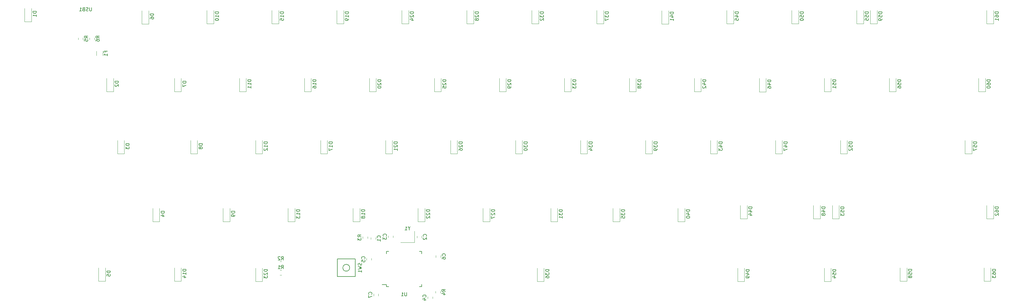
<source format=gbr>
G04 #@! TF.GenerationSoftware,KiCad,Pcbnew,(5.1.4)-1*
G04 #@! TF.CreationDate,2021-10-31T22:39:57+11:00*
G04 #@! TF.ProjectId,x60,7836302e-6b69-4636-9164-5f7063625858,rev?*
G04 #@! TF.SameCoordinates,Original*
G04 #@! TF.FileFunction,Legend,Bot*
G04 #@! TF.FilePolarity,Positive*
%FSLAX46Y46*%
G04 Gerber Fmt 4.6, Leading zero omitted, Abs format (unit mm)*
G04 Created by KiCad (PCBNEW (5.1.4)-1) date 2021-10-31 22:39:57*
%MOMM*%
%LPD*%
G04 APERTURE LIST*
%ADD10C,0.120000*%
%ADD11C,0.150000*%
G04 APERTURE END LIST*
D10*
X89495000Y-125551078D02*
X89495000Y-125033922D01*
X90915000Y-125551078D02*
X90915000Y-125033922D01*
X86135000Y-125561078D02*
X86135000Y-125043922D01*
X87555000Y-125561078D02*
X87555000Y-125043922D01*
X91535000Y-130207064D02*
X91535000Y-129002936D01*
X93355000Y-130207064D02*
X93355000Y-129002936D01*
X178428750Y-183070172D02*
X178428750Y-183587328D01*
X177008750Y-183070172D02*
X177008750Y-183587328D01*
X184668750Y-185016250D02*
X180668750Y-185016250D01*
X184668750Y-181716250D02*
X184668750Y-185016250D01*
X185433750Y-183674828D02*
X185433750Y-183157672D01*
X186853750Y-183674828D02*
X186853750Y-183157672D01*
X353647500Y-196365000D02*
X353647500Y-192465000D01*
X351647500Y-196365000D02*
X351647500Y-192465000D01*
X353647500Y-196365000D02*
X351647500Y-196365000D01*
D11*
X176493750Y-197391250D02*
X175218750Y-197391250D01*
X186843750Y-197966250D02*
X186168750Y-197966250D01*
X186843750Y-187616250D02*
X186168750Y-187616250D01*
X176493750Y-187616250D02*
X177168750Y-187616250D01*
X176493750Y-197966250D02*
X177168750Y-197966250D01*
X176493750Y-187616250D02*
X176493750Y-188291250D01*
X186843750Y-187616250D02*
X186843750Y-188291250D01*
X186843750Y-197966250D02*
X186843750Y-197291250D01*
X176493750Y-197966250D02*
X176493750Y-197391250D01*
X162118750Y-189847500D02*
X162118750Y-195047500D01*
X162118750Y-195047500D02*
X167318750Y-195047500D01*
X167318750Y-195047500D02*
X167318750Y-189847500D01*
X167318750Y-189847500D02*
X162118750Y-189847500D01*
X165718750Y-192447500D02*
G75*
G03X165718750Y-192447500I-1000000J0D01*
G01*
D10*
X190927500Y-199822328D02*
X190927500Y-199305172D01*
X192347500Y-199822328D02*
X192347500Y-199305172D01*
X170985000Y-183313922D02*
X170985000Y-183831078D01*
X169565000Y-183313922D02*
X169565000Y-183831078D01*
X145783578Y-192055000D02*
X145266422Y-192055000D01*
X145783578Y-190635000D02*
X145266422Y-190635000D01*
X145776078Y-194605000D02*
X145258922Y-194605000D01*
X145776078Y-193185000D02*
X145258922Y-193185000D01*
X354441250Y-178108750D02*
X354441250Y-174208750D01*
X352441250Y-178108750D02*
X352441250Y-174208750D01*
X354441250Y-178108750D02*
X352441250Y-178108750D01*
X354441250Y-120958750D02*
X354441250Y-117058750D01*
X352441250Y-120958750D02*
X352441250Y-117058750D01*
X354441250Y-120958750D02*
X352441250Y-120958750D01*
X352060000Y-140802500D02*
X352060000Y-136902500D01*
X350060000Y-140802500D02*
X350060000Y-136902500D01*
X352060000Y-140802500D02*
X350060000Y-140802500D01*
X320310000Y-120958750D02*
X320310000Y-117058750D01*
X318310000Y-120958750D02*
X318310000Y-117058750D01*
X320310000Y-120958750D02*
X318310000Y-120958750D01*
X329041250Y-196365000D02*
X329041250Y-192465000D01*
X327041250Y-196365000D02*
X327041250Y-192465000D01*
X329041250Y-196365000D02*
X327041250Y-196365000D01*
X348091250Y-159058750D02*
X348091250Y-155158750D01*
X346091250Y-159058750D02*
X346091250Y-155158750D01*
X348091250Y-159058750D02*
X346091250Y-159058750D01*
X325866250Y-140802500D02*
X325866250Y-136902500D01*
X323866250Y-140802500D02*
X323866250Y-136902500D01*
X325866250Y-140802500D02*
X323866250Y-140802500D01*
X316341250Y-120958750D02*
X316341250Y-117058750D01*
X314341250Y-120958750D02*
X314341250Y-117058750D01*
X316341250Y-120958750D02*
X314341250Y-120958750D01*
X306816250Y-196427500D02*
X306816250Y-192527500D01*
X304816250Y-196427500D02*
X304816250Y-192527500D01*
X306816250Y-196427500D02*
X304816250Y-196427500D01*
X309197500Y-178108750D02*
X309197500Y-174208750D01*
X307197500Y-178108750D02*
X307197500Y-174208750D01*
X309197500Y-178108750D02*
X307197500Y-178108750D01*
X311578750Y-159058750D02*
X311578750Y-155158750D01*
X309578750Y-159058750D02*
X309578750Y-155158750D01*
X311578750Y-159058750D02*
X309578750Y-159058750D01*
X306816250Y-140802500D02*
X306816250Y-136902500D01*
X304816250Y-140802500D02*
X304816250Y-136902500D01*
X306816250Y-140802500D02*
X304816250Y-140802500D01*
X297291250Y-120958750D02*
X297291250Y-117058750D01*
X295291250Y-120958750D02*
X295291250Y-117058750D01*
X297291250Y-120958750D02*
X295291250Y-120958750D01*
X281416250Y-196427500D02*
X281416250Y-192527500D01*
X279416250Y-196427500D02*
X279416250Y-192527500D01*
X281416250Y-196427500D02*
X279416250Y-196427500D01*
X303641250Y-178108750D02*
X303641250Y-174208750D01*
X301641250Y-178108750D02*
X301641250Y-174208750D01*
X303641250Y-178108750D02*
X301641250Y-178108750D01*
X292528750Y-159058750D02*
X292528750Y-155158750D01*
X290528750Y-159058750D02*
X290528750Y-155158750D01*
X292528750Y-159058750D02*
X290528750Y-159058750D01*
X287766250Y-140865000D02*
X287766250Y-136965000D01*
X285766250Y-140865000D02*
X285766250Y-136965000D01*
X287766250Y-140865000D02*
X285766250Y-140865000D01*
X278241250Y-120958750D02*
X278241250Y-117058750D01*
X276241250Y-120958750D02*
X276241250Y-117058750D01*
X278241250Y-120958750D02*
X276241250Y-120958750D01*
X282210000Y-178108750D02*
X282210000Y-174208750D01*
X280210000Y-178108750D02*
X280210000Y-174208750D01*
X282210000Y-178108750D02*
X280210000Y-178108750D01*
X273478750Y-159058750D02*
X273478750Y-155158750D01*
X271478750Y-159058750D02*
X271478750Y-155158750D01*
X273478750Y-159058750D02*
X271478750Y-159058750D01*
X268716250Y-140802500D02*
X268716250Y-136902500D01*
X266716250Y-140802500D02*
X266716250Y-136902500D01*
X268716250Y-140802500D02*
X266716250Y-140802500D01*
X259191250Y-121021250D02*
X259191250Y-117121250D01*
X257191250Y-121021250D02*
X257191250Y-117121250D01*
X259191250Y-121021250D02*
X257191250Y-121021250D01*
X263953750Y-178902500D02*
X263953750Y-175002500D01*
X261953750Y-178902500D02*
X261953750Y-175002500D01*
X263953750Y-178902500D02*
X261953750Y-178902500D01*
X254428750Y-159058750D02*
X254428750Y-155158750D01*
X252428750Y-159058750D02*
X252428750Y-155158750D01*
X254428750Y-159058750D02*
X252428750Y-159058750D01*
X249666250Y-140802500D02*
X249666250Y-136902500D01*
X247666250Y-140802500D02*
X247666250Y-136902500D01*
X249666250Y-140802500D02*
X247666250Y-140802500D01*
X240141250Y-120958750D02*
X240141250Y-117058750D01*
X238141250Y-120958750D02*
X238141250Y-117058750D01*
X240141250Y-120958750D02*
X238141250Y-120958750D01*
X222678750Y-196427500D02*
X222678750Y-192527500D01*
X220678750Y-196427500D02*
X220678750Y-192527500D01*
X222678750Y-196427500D02*
X220678750Y-196427500D01*
X244903750Y-178902500D02*
X244903750Y-175002500D01*
X242903750Y-178902500D02*
X242903750Y-175002500D01*
X244903750Y-178902500D02*
X242903750Y-178902500D01*
X235378750Y-159058750D02*
X235378750Y-155158750D01*
X233378750Y-159058750D02*
X233378750Y-155158750D01*
X235378750Y-159058750D02*
X233378750Y-159058750D01*
X230616250Y-140802500D02*
X230616250Y-136902500D01*
X228616250Y-140802500D02*
X228616250Y-136902500D01*
X230616250Y-140802500D02*
X228616250Y-140802500D01*
X221091250Y-120958750D02*
X221091250Y-117058750D01*
X219091250Y-120958750D02*
X219091250Y-117058750D01*
X221091250Y-120958750D02*
X219091250Y-120958750D01*
X226647500Y-178902500D02*
X226647500Y-175002500D01*
X224647500Y-178902500D02*
X224647500Y-175002500D01*
X226647500Y-178902500D02*
X224647500Y-178902500D01*
X216328750Y-159058750D02*
X216328750Y-155158750D01*
X214328750Y-159058750D02*
X214328750Y-155158750D01*
X216328750Y-159058750D02*
X214328750Y-159058750D01*
X211566250Y-140802500D02*
X211566250Y-136902500D01*
X209566250Y-140802500D02*
X209566250Y-136902500D01*
X211566250Y-140802500D02*
X209566250Y-140802500D01*
X202041250Y-120958750D02*
X202041250Y-117058750D01*
X200041250Y-120958750D02*
X200041250Y-117058750D01*
X202041250Y-120958750D02*
X200041250Y-120958750D01*
X206803750Y-178902500D02*
X206803750Y-175002500D01*
X204803750Y-178902500D02*
X204803750Y-175002500D01*
X206803750Y-178902500D02*
X204803750Y-178902500D01*
X197278750Y-159058750D02*
X197278750Y-155158750D01*
X195278750Y-159058750D02*
X195278750Y-155158750D01*
X197278750Y-159058750D02*
X195278750Y-159058750D01*
X192516250Y-140802500D02*
X192516250Y-136902500D01*
X190516250Y-140802500D02*
X190516250Y-136902500D01*
X192516250Y-140802500D02*
X190516250Y-140802500D01*
X182991250Y-120958750D02*
X182991250Y-117058750D01*
X180991250Y-120958750D02*
X180991250Y-117058750D01*
X182991250Y-120958750D02*
X180991250Y-120958750D01*
X140128750Y-196427500D02*
X140128750Y-192527500D01*
X138128750Y-196427500D02*
X138128750Y-192527500D01*
X140128750Y-196427500D02*
X138128750Y-196427500D01*
X187753750Y-178902500D02*
X187753750Y-175002500D01*
X185753750Y-178902500D02*
X185753750Y-175002500D01*
X187753750Y-178902500D02*
X185753750Y-178902500D01*
X178228750Y-159058750D02*
X178228750Y-155158750D01*
X176228750Y-159058750D02*
X176228750Y-155158750D01*
X178228750Y-159058750D02*
X176228750Y-159058750D01*
X173466250Y-140802500D02*
X173466250Y-136902500D01*
X171466250Y-140802500D02*
X171466250Y-136902500D01*
X173466250Y-140802500D02*
X171466250Y-140802500D01*
X163941250Y-120958750D02*
X163941250Y-117058750D01*
X161941250Y-120958750D02*
X161941250Y-117058750D01*
X163941250Y-120958750D02*
X161941250Y-120958750D01*
X168703750Y-178902500D02*
X168703750Y-175002500D01*
X166703750Y-178902500D02*
X166703750Y-175002500D01*
X168703750Y-178902500D02*
X166703750Y-178902500D01*
X159178750Y-159058750D02*
X159178750Y-155158750D01*
X157178750Y-159058750D02*
X157178750Y-155158750D01*
X159178750Y-159058750D02*
X157178750Y-159058750D01*
X154416250Y-140802500D02*
X154416250Y-136902500D01*
X152416250Y-140802500D02*
X152416250Y-136902500D01*
X154416250Y-140802500D02*
X152416250Y-140802500D01*
X144891250Y-120958750D02*
X144891250Y-117058750D01*
X142891250Y-120958750D02*
X142891250Y-117058750D01*
X144891250Y-120958750D02*
X142891250Y-120958750D01*
X116316250Y-196365000D02*
X116316250Y-192465000D01*
X114316250Y-196365000D02*
X114316250Y-192465000D01*
X116316250Y-196365000D02*
X114316250Y-196365000D01*
X149653750Y-178902500D02*
X149653750Y-175002500D01*
X147653750Y-178902500D02*
X147653750Y-175002500D01*
X149653750Y-178902500D02*
X147653750Y-178902500D01*
X140128750Y-159058750D02*
X140128750Y-155158750D01*
X138128750Y-159058750D02*
X138128750Y-155158750D01*
X140128750Y-159058750D02*
X138128750Y-159058750D01*
X135366250Y-140802500D02*
X135366250Y-136902500D01*
X133366250Y-140802500D02*
X133366250Y-136902500D01*
X135366250Y-140802500D02*
X133366250Y-140802500D01*
X125841250Y-120958750D02*
X125841250Y-117058750D01*
X123841250Y-120958750D02*
X123841250Y-117058750D01*
X125841250Y-120958750D02*
X123841250Y-120958750D01*
X130603750Y-178902500D02*
X130603750Y-175002500D01*
X128603750Y-178902500D02*
X128603750Y-175002500D01*
X130603750Y-178902500D02*
X128603750Y-178902500D01*
X121078750Y-159058750D02*
X121078750Y-155158750D01*
X119078750Y-159058750D02*
X119078750Y-155158750D01*
X121078750Y-159058750D02*
X119078750Y-159058750D01*
X116316250Y-140802500D02*
X116316250Y-136902500D01*
X114316250Y-140802500D02*
X114316250Y-136902500D01*
X116316250Y-140802500D02*
X114316250Y-140802500D01*
X106791250Y-121021250D02*
X106791250Y-117121250D01*
X104791250Y-121021250D02*
X104791250Y-117121250D01*
X106791250Y-121021250D02*
X104791250Y-121021250D01*
X94091250Y-196365000D02*
X94091250Y-192465000D01*
X92091250Y-196365000D02*
X92091250Y-192465000D01*
X94091250Y-196365000D02*
X92091250Y-196365000D01*
X109966250Y-178902500D02*
X109966250Y-175002500D01*
X107966250Y-178902500D02*
X107966250Y-175002500D01*
X109966250Y-178902500D02*
X107966250Y-178902500D01*
X99647500Y-159058750D02*
X99647500Y-155158750D01*
X97647500Y-159058750D02*
X97647500Y-155158750D01*
X99647500Y-159058750D02*
X97647500Y-159058750D01*
X96472500Y-140802500D02*
X96472500Y-136902500D01*
X94472500Y-140802500D02*
X94472500Y-136902500D01*
X96472500Y-140802500D02*
X94472500Y-140802500D01*
X72415000Y-120305000D02*
X72415000Y-116405000D01*
X70415000Y-120305000D02*
X70415000Y-116405000D01*
X72415000Y-120305000D02*
X70415000Y-120305000D01*
X174160000Y-200126422D02*
X174160000Y-200643578D01*
X172740000Y-200126422D02*
X172740000Y-200643578D01*
X190996250Y-189387328D02*
X190996250Y-188870172D01*
X192416250Y-189387328D02*
X192416250Y-188870172D01*
X172103750Y-189695172D02*
X172103750Y-190212328D01*
X170683750Y-189695172D02*
X170683750Y-190212328D01*
X190035000Y-200920172D02*
X190035000Y-201437328D01*
X188615000Y-200920172D02*
X188615000Y-201437328D01*
X171946250Y-184118578D02*
X171946250Y-183601422D01*
X173366250Y-184118578D02*
X173366250Y-183601422D01*
D11*
X90038095Y-116182380D02*
X90038095Y-116991904D01*
X89990476Y-117087142D01*
X89942857Y-117134761D01*
X89847619Y-117182380D01*
X89657142Y-117182380D01*
X89561904Y-117134761D01*
X89514285Y-117087142D01*
X89466666Y-116991904D01*
X89466666Y-116182380D01*
X89038095Y-117134761D02*
X88895238Y-117182380D01*
X88657142Y-117182380D01*
X88561904Y-117134761D01*
X88514285Y-117087142D01*
X88466666Y-116991904D01*
X88466666Y-116896666D01*
X88514285Y-116801428D01*
X88561904Y-116753809D01*
X88657142Y-116706190D01*
X88847619Y-116658571D01*
X88942857Y-116610952D01*
X88990476Y-116563333D01*
X89038095Y-116468095D01*
X89038095Y-116372857D01*
X88990476Y-116277619D01*
X88942857Y-116230000D01*
X88847619Y-116182380D01*
X88609523Y-116182380D01*
X88466666Y-116230000D01*
X87704761Y-116658571D02*
X87561904Y-116706190D01*
X87514285Y-116753809D01*
X87466666Y-116849047D01*
X87466666Y-116991904D01*
X87514285Y-117087142D01*
X87561904Y-117134761D01*
X87657142Y-117182380D01*
X88038095Y-117182380D01*
X88038095Y-116182380D01*
X87704761Y-116182380D01*
X87609523Y-116230000D01*
X87561904Y-116277619D01*
X87514285Y-116372857D01*
X87514285Y-116468095D01*
X87561904Y-116563333D01*
X87609523Y-116610952D01*
X87704761Y-116658571D01*
X88038095Y-116658571D01*
X86514285Y-117182380D02*
X87085714Y-117182380D01*
X86800000Y-117182380D02*
X86800000Y-116182380D01*
X86895238Y-116325238D01*
X86990476Y-116420476D01*
X87085714Y-116468095D01*
X92307380Y-125125833D02*
X91831190Y-124792500D01*
X92307380Y-124554404D02*
X91307380Y-124554404D01*
X91307380Y-124935357D01*
X91355000Y-125030595D01*
X91402619Y-125078214D01*
X91497857Y-125125833D01*
X91640714Y-125125833D01*
X91735952Y-125078214D01*
X91783571Y-125030595D01*
X91831190Y-124935357D01*
X91831190Y-124554404D01*
X91307380Y-125982976D02*
X91307380Y-125792500D01*
X91355000Y-125697261D01*
X91402619Y-125649642D01*
X91545476Y-125554404D01*
X91735952Y-125506785D01*
X92116904Y-125506785D01*
X92212142Y-125554404D01*
X92259761Y-125602023D01*
X92307380Y-125697261D01*
X92307380Y-125887738D01*
X92259761Y-125982976D01*
X92212142Y-126030595D01*
X92116904Y-126078214D01*
X91878809Y-126078214D01*
X91783571Y-126030595D01*
X91735952Y-125982976D01*
X91688333Y-125887738D01*
X91688333Y-125697261D01*
X91735952Y-125602023D01*
X91783571Y-125554404D01*
X91878809Y-125506785D01*
X88947380Y-125135833D02*
X88471190Y-124802500D01*
X88947380Y-124564404D02*
X87947380Y-124564404D01*
X87947380Y-124945357D01*
X87995000Y-125040595D01*
X88042619Y-125088214D01*
X88137857Y-125135833D01*
X88280714Y-125135833D01*
X88375952Y-125088214D01*
X88423571Y-125040595D01*
X88471190Y-124945357D01*
X88471190Y-124564404D01*
X87947380Y-126040595D02*
X87947380Y-125564404D01*
X88423571Y-125516785D01*
X88375952Y-125564404D01*
X88328333Y-125659642D01*
X88328333Y-125897738D01*
X88375952Y-125992976D01*
X88423571Y-126040595D01*
X88518809Y-126088214D01*
X88756904Y-126088214D01*
X88852142Y-126040595D01*
X88899761Y-125992976D01*
X88947380Y-125897738D01*
X88947380Y-125659642D01*
X88899761Y-125564404D01*
X88852142Y-125516785D01*
X94193571Y-129271666D02*
X94193571Y-128938333D01*
X94717380Y-128938333D02*
X93717380Y-128938333D01*
X93717380Y-129414523D01*
X94717380Y-130319285D02*
X94717380Y-129747857D01*
X94717380Y-130033571D02*
X93717380Y-130033571D01*
X93860238Y-129938333D01*
X93955476Y-129843095D01*
X94003095Y-129747857D01*
X176425892Y-183162083D02*
X176473511Y-183114464D01*
X176521130Y-182971607D01*
X176521130Y-182876369D01*
X176473511Y-182733511D01*
X176378273Y-182638273D01*
X176283035Y-182590654D01*
X176092559Y-182543035D01*
X175949702Y-182543035D01*
X175759226Y-182590654D01*
X175663988Y-182638273D01*
X175568750Y-182733511D01*
X175521130Y-182876369D01*
X175521130Y-182971607D01*
X175568750Y-183114464D01*
X175616369Y-183162083D01*
X175521130Y-183495416D02*
X175521130Y-184114464D01*
X175902083Y-183781130D01*
X175902083Y-183923988D01*
X175949702Y-184019226D01*
X175997321Y-184066845D01*
X176092559Y-184114464D01*
X176330654Y-184114464D01*
X176425892Y-184066845D01*
X176473511Y-184019226D01*
X176521130Y-183923988D01*
X176521130Y-183638273D01*
X176473511Y-183543035D01*
X176425892Y-183495416D01*
X183144940Y-180892440D02*
X183144940Y-181368630D01*
X183478273Y-180368630D02*
X183144940Y-180892440D01*
X182811607Y-180368630D01*
X181954464Y-181368630D02*
X182525892Y-181368630D01*
X182240178Y-181368630D02*
X182240178Y-180368630D01*
X182335416Y-180511488D01*
X182430654Y-180606726D01*
X182525892Y-180654345D01*
X188150892Y-183249583D02*
X188198511Y-183201964D01*
X188246130Y-183059107D01*
X188246130Y-182963869D01*
X188198511Y-182821011D01*
X188103273Y-182725773D01*
X188008035Y-182678154D01*
X187817559Y-182630535D01*
X187674702Y-182630535D01*
X187484226Y-182678154D01*
X187388988Y-182725773D01*
X187293750Y-182821011D01*
X187246130Y-182963869D01*
X187246130Y-183059107D01*
X187293750Y-183201964D01*
X187341369Y-183249583D01*
X187341369Y-183630535D02*
X187293750Y-183678154D01*
X187246130Y-183773392D01*
X187246130Y-184011488D01*
X187293750Y-184106726D01*
X187341369Y-184154345D01*
X187436607Y-184201964D01*
X187531845Y-184201964D01*
X187674702Y-184154345D01*
X188246130Y-183582916D01*
X188246130Y-184201964D01*
X355099880Y-192900714D02*
X354099880Y-192900714D01*
X354099880Y-193138809D01*
X354147500Y-193281666D01*
X354242738Y-193376904D01*
X354337976Y-193424523D01*
X354528452Y-193472142D01*
X354671309Y-193472142D01*
X354861785Y-193424523D01*
X354957023Y-193376904D01*
X355052261Y-193281666D01*
X355099880Y-193138809D01*
X355099880Y-192900714D01*
X354099880Y-194329285D02*
X354099880Y-194138809D01*
X354147500Y-194043571D01*
X354195119Y-193995952D01*
X354337976Y-193900714D01*
X354528452Y-193853095D01*
X354909404Y-193853095D01*
X355004642Y-193900714D01*
X355052261Y-193948333D01*
X355099880Y-194043571D01*
X355099880Y-194234047D01*
X355052261Y-194329285D01*
X355004642Y-194376904D01*
X354909404Y-194424523D01*
X354671309Y-194424523D01*
X354576071Y-194376904D01*
X354528452Y-194329285D01*
X354480833Y-194234047D01*
X354480833Y-194043571D01*
X354528452Y-193948333D01*
X354576071Y-193900714D01*
X354671309Y-193853095D01*
X354099880Y-194757857D02*
X354099880Y-195376904D01*
X354480833Y-195043571D01*
X354480833Y-195186428D01*
X354528452Y-195281666D01*
X354576071Y-195329285D01*
X354671309Y-195376904D01*
X354909404Y-195376904D01*
X355004642Y-195329285D01*
X355052261Y-195281666D01*
X355099880Y-195186428D01*
X355099880Y-194900714D01*
X355052261Y-194805476D01*
X355004642Y-194757857D01*
X182430654Y-199693630D02*
X182430654Y-200503154D01*
X182383035Y-200598392D01*
X182335416Y-200646011D01*
X182240178Y-200693630D01*
X182049702Y-200693630D01*
X181954464Y-200646011D01*
X181906845Y-200598392D01*
X181859226Y-200503154D01*
X181859226Y-199693630D01*
X180859226Y-200693630D02*
X181430654Y-200693630D01*
X181144940Y-200693630D02*
X181144940Y-199693630D01*
X181240178Y-199836488D01*
X181335416Y-199931726D01*
X181430654Y-199979345D01*
X169187511Y-191114166D02*
X169235130Y-191257023D01*
X169235130Y-191495119D01*
X169187511Y-191590357D01*
X169139892Y-191637976D01*
X169044654Y-191685595D01*
X168949416Y-191685595D01*
X168854178Y-191637976D01*
X168806559Y-191590357D01*
X168758940Y-191495119D01*
X168711321Y-191304642D01*
X168663702Y-191209404D01*
X168616083Y-191161785D01*
X168520845Y-191114166D01*
X168425607Y-191114166D01*
X168330369Y-191161785D01*
X168282750Y-191209404D01*
X168235130Y-191304642D01*
X168235130Y-191542738D01*
X168282750Y-191685595D01*
X168235130Y-192018928D02*
X169235130Y-192257023D01*
X168520845Y-192447500D01*
X169235130Y-192637976D01*
X168235130Y-192876071D01*
X169235130Y-193780833D02*
X169235130Y-193209404D01*
X169235130Y-193495119D02*
X168235130Y-193495119D01*
X168377988Y-193399880D01*
X168473226Y-193304642D01*
X168520845Y-193209404D01*
X193739880Y-199397083D02*
X193263690Y-199063750D01*
X193739880Y-198825654D02*
X192739880Y-198825654D01*
X192739880Y-199206607D01*
X192787500Y-199301845D01*
X192835119Y-199349464D01*
X192930357Y-199397083D01*
X193073214Y-199397083D01*
X193168452Y-199349464D01*
X193216071Y-199301845D01*
X193263690Y-199206607D01*
X193263690Y-198825654D01*
X193073214Y-200254226D02*
X193739880Y-200254226D01*
X192692261Y-200016130D02*
X193406547Y-199778035D01*
X193406547Y-200397083D01*
X169077380Y-183405833D02*
X168601190Y-183072500D01*
X169077380Y-182834404D02*
X168077380Y-182834404D01*
X168077380Y-183215357D01*
X168125000Y-183310595D01*
X168172619Y-183358214D01*
X168267857Y-183405833D01*
X168410714Y-183405833D01*
X168505952Y-183358214D01*
X168553571Y-183310595D01*
X168601190Y-183215357D01*
X168601190Y-182834404D01*
X168077380Y-183739166D02*
X168077380Y-184358214D01*
X168458333Y-184024880D01*
X168458333Y-184167738D01*
X168505952Y-184262976D01*
X168553571Y-184310595D01*
X168648809Y-184358214D01*
X168886904Y-184358214D01*
X168982142Y-184310595D01*
X169029761Y-184262976D01*
X169077380Y-184167738D01*
X169077380Y-183882023D01*
X169029761Y-183786785D01*
X168982142Y-183739166D01*
X145691666Y-190147380D02*
X146025000Y-189671190D01*
X146263095Y-190147380D02*
X146263095Y-189147380D01*
X145882142Y-189147380D01*
X145786904Y-189195000D01*
X145739285Y-189242619D01*
X145691666Y-189337857D01*
X145691666Y-189480714D01*
X145739285Y-189575952D01*
X145786904Y-189623571D01*
X145882142Y-189671190D01*
X146263095Y-189671190D01*
X145310714Y-189242619D02*
X145263095Y-189195000D01*
X145167857Y-189147380D01*
X144929761Y-189147380D01*
X144834523Y-189195000D01*
X144786904Y-189242619D01*
X144739285Y-189337857D01*
X144739285Y-189433095D01*
X144786904Y-189575952D01*
X145358333Y-190147380D01*
X144739285Y-190147380D01*
X145684166Y-192697380D02*
X146017500Y-192221190D01*
X146255595Y-192697380D02*
X146255595Y-191697380D01*
X145874642Y-191697380D01*
X145779404Y-191745000D01*
X145731785Y-191792619D01*
X145684166Y-191887857D01*
X145684166Y-192030714D01*
X145731785Y-192125952D01*
X145779404Y-192173571D01*
X145874642Y-192221190D01*
X146255595Y-192221190D01*
X144731785Y-192697380D02*
X145303214Y-192697380D01*
X145017500Y-192697380D02*
X145017500Y-191697380D01*
X145112738Y-191840238D01*
X145207976Y-191935476D01*
X145303214Y-191983095D01*
X355893630Y-174644464D02*
X354893630Y-174644464D01*
X354893630Y-174882559D01*
X354941250Y-175025416D01*
X355036488Y-175120654D01*
X355131726Y-175168273D01*
X355322202Y-175215892D01*
X355465059Y-175215892D01*
X355655535Y-175168273D01*
X355750773Y-175120654D01*
X355846011Y-175025416D01*
X355893630Y-174882559D01*
X355893630Y-174644464D01*
X354893630Y-176073035D02*
X354893630Y-175882559D01*
X354941250Y-175787321D01*
X354988869Y-175739702D01*
X355131726Y-175644464D01*
X355322202Y-175596845D01*
X355703154Y-175596845D01*
X355798392Y-175644464D01*
X355846011Y-175692083D01*
X355893630Y-175787321D01*
X355893630Y-175977797D01*
X355846011Y-176073035D01*
X355798392Y-176120654D01*
X355703154Y-176168273D01*
X355465059Y-176168273D01*
X355369821Y-176120654D01*
X355322202Y-176073035D01*
X355274583Y-175977797D01*
X355274583Y-175787321D01*
X355322202Y-175692083D01*
X355369821Y-175644464D01*
X355465059Y-175596845D01*
X354988869Y-176549226D02*
X354941250Y-176596845D01*
X354893630Y-176692083D01*
X354893630Y-176930178D01*
X354941250Y-177025416D01*
X354988869Y-177073035D01*
X355084107Y-177120654D01*
X355179345Y-177120654D01*
X355322202Y-177073035D01*
X355893630Y-176501607D01*
X355893630Y-177120654D01*
X355893630Y-117494464D02*
X354893630Y-117494464D01*
X354893630Y-117732559D01*
X354941250Y-117875416D01*
X355036488Y-117970654D01*
X355131726Y-118018273D01*
X355322202Y-118065892D01*
X355465059Y-118065892D01*
X355655535Y-118018273D01*
X355750773Y-117970654D01*
X355846011Y-117875416D01*
X355893630Y-117732559D01*
X355893630Y-117494464D01*
X354893630Y-118923035D02*
X354893630Y-118732559D01*
X354941250Y-118637321D01*
X354988869Y-118589702D01*
X355131726Y-118494464D01*
X355322202Y-118446845D01*
X355703154Y-118446845D01*
X355798392Y-118494464D01*
X355846011Y-118542083D01*
X355893630Y-118637321D01*
X355893630Y-118827797D01*
X355846011Y-118923035D01*
X355798392Y-118970654D01*
X355703154Y-119018273D01*
X355465059Y-119018273D01*
X355369821Y-118970654D01*
X355322202Y-118923035D01*
X355274583Y-118827797D01*
X355274583Y-118637321D01*
X355322202Y-118542083D01*
X355369821Y-118494464D01*
X355465059Y-118446845D01*
X355893630Y-119970654D02*
X355893630Y-119399226D01*
X355893630Y-119684940D02*
X354893630Y-119684940D01*
X355036488Y-119589702D01*
X355131726Y-119494464D01*
X355179345Y-119399226D01*
X353512380Y-137338214D02*
X352512380Y-137338214D01*
X352512380Y-137576309D01*
X352560000Y-137719166D01*
X352655238Y-137814404D01*
X352750476Y-137862023D01*
X352940952Y-137909642D01*
X353083809Y-137909642D01*
X353274285Y-137862023D01*
X353369523Y-137814404D01*
X353464761Y-137719166D01*
X353512380Y-137576309D01*
X353512380Y-137338214D01*
X352512380Y-138766785D02*
X352512380Y-138576309D01*
X352560000Y-138481071D01*
X352607619Y-138433452D01*
X352750476Y-138338214D01*
X352940952Y-138290595D01*
X353321904Y-138290595D01*
X353417142Y-138338214D01*
X353464761Y-138385833D01*
X353512380Y-138481071D01*
X353512380Y-138671547D01*
X353464761Y-138766785D01*
X353417142Y-138814404D01*
X353321904Y-138862023D01*
X353083809Y-138862023D01*
X352988571Y-138814404D01*
X352940952Y-138766785D01*
X352893333Y-138671547D01*
X352893333Y-138481071D01*
X352940952Y-138385833D01*
X352988571Y-138338214D01*
X353083809Y-138290595D01*
X352512380Y-139481071D02*
X352512380Y-139576309D01*
X352560000Y-139671547D01*
X352607619Y-139719166D01*
X352702857Y-139766785D01*
X352893333Y-139814404D01*
X353131428Y-139814404D01*
X353321904Y-139766785D01*
X353417142Y-139719166D01*
X353464761Y-139671547D01*
X353512380Y-139576309D01*
X353512380Y-139481071D01*
X353464761Y-139385833D01*
X353417142Y-139338214D01*
X353321904Y-139290595D01*
X353131428Y-139242976D01*
X352893333Y-139242976D01*
X352702857Y-139290595D01*
X352607619Y-139338214D01*
X352560000Y-139385833D01*
X352512380Y-139481071D01*
X321762380Y-117494464D02*
X320762380Y-117494464D01*
X320762380Y-117732559D01*
X320810000Y-117875416D01*
X320905238Y-117970654D01*
X321000476Y-118018273D01*
X321190952Y-118065892D01*
X321333809Y-118065892D01*
X321524285Y-118018273D01*
X321619523Y-117970654D01*
X321714761Y-117875416D01*
X321762380Y-117732559D01*
X321762380Y-117494464D01*
X320762380Y-118970654D02*
X320762380Y-118494464D01*
X321238571Y-118446845D01*
X321190952Y-118494464D01*
X321143333Y-118589702D01*
X321143333Y-118827797D01*
X321190952Y-118923035D01*
X321238571Y-118970654D01*
X321333809Y-119018273D01*
X321571904Y-119018273D01*
X321667142Y-118970654D01*
X321714761Y-118923035D01*
X321762380Y-118827797D01*
X321762380Y-118589702D01*
X321714761Y-118494464D01*
X321667142Y-118446845D01*
X321762380Y-119494464D02*
X321762380Y-119684940D01*
X321714761Y-119780178D01*
X321667142Y-119827797D01*
X321524285Y-119923035D01*
X321333809Y-119970654D01*
X320952857Y-119970654D01*
X320857619Y-119923035D01*
X320810000Y-119875416D01*
X320762380Y-119780178D01*
X320762380Y-119589702D01*
X320810000Y-119494464D01*
X320857619Y-119446845D01*
X320952857Y-119399226D01*
X321190952Y-119399226D01*
X321286190Y-119446845D01*
X321333809Y-119494464D01*
X321381428Y-119589702D01*
X321381428Y-119780178D01*
X321333809Y-119875416D01*
X321286190Y-119923035D01*
X321190952Y-119970654D01*
X330493630Y-192900714D02*
X329493630Y-192900714D01*
X329493630Y-193138809D01*
X329541250Y-193281666D01*
X329636488Y-193376904D01*
X329731726Y-193424523D01*
X329922202Y-193472142D01*
X330065059Y-193472142D01*
X330255535Y-193424523D01*
X330350773Y-193376904D01*
X330446011Y-193281666D01*
X330493630Y-193138809D01*
X330493630Y-192900714D01*
X329493630Y-194376904D02*
X329493630Y-193900714D01*
X329969821Y-193853095D01*
X329922202Y-193900714D01*
X329874583Y-193995952D01*
X329874583Y-194234047D01*
X329922202Y-194329285D01*
X329969821Y-194376904D01*
X330065059Y-194424523D01*
X330303154Y-194424523D01*
X330398392Y-194376904D01*
X330446011Y-194329285D01*
X330493630Y-194234047D01*
X330493630Y-193995952D01*
X330446011Y-193900714D01*
X330398392Y-193853095D01*
X329922202Y-194995952D02*
X329874583Y-194900714D01*
X329826964Y-194853095D01*
X329731726Y-194805476D01*
X329684107Y-194805476D01*
X329588869Y-194853095D01*
X329541250Y-194900714D01*
X329493630Y-194995952D01*
X329493630Y-195186428D01*
X329541250Y-195281666D01*
X329588869Y-195329285D01*
X329684107Y-195376904D01*
X329731726Y-195376904D01*
X329826964Y-195329285D01*
X329874583Y-195281666D01*
X329922202Y-195186428D01*
X329922202Y-194995952D01*
X329969821Y-194900714D01*
X330017440Y-194853095D01*
X330112678Y-194805476D01*
X330303154Y-194805476D01*
X330398392Y-194853095D01*
X330446011Y-194900714D01*
X330493630Y-194995952D01*
X330493630Y-195186428D01*
X330446011Y-195281666D01*
X330398392Y-195329285D01*
X330303154Y-195376904D01*
X330112678Y-195376904D01*
X330017440Y-195329285D01*
X329969821Y-195281666D01*
X329922202Y-195186428D01*
X349543630Y-155594464D02*
X348543630Y-155594464D01*
X348543630Y-155832559D01*
X348591250Y-155975416D01*
X348686488Y-156070654D01*
X348781726Y-156118273D01*
X348972202Y-156165892D01*
X349115059Y-156165892D01*
X349305535Y-156118273D01*
X349400773Y-156070654D01*
X349496011Y-155975416D01*
X349543630Y-155832559D01*
X349543630Y-155594464D01*
X348543630Y-157070654D02*
X348543630Y-156594464D01*
X349019821Y-156546845D01*
X348972202Y-156594464D01*
X348924583Y-156689702D01*
X348924583Y-156927797D01*
X348972202Y-157023035D01*
X349019821Y-157070654D01*
X349115059Y-157118273D01*
X349353154Y-157118273D01*
X349448392Y-157070654D01*
X349496011Y-157023035D01*
X349543630Y-156927797D01*
X349543630Y-156689702D01*
X349496011Y-156594464D01*
X349448392Y-156546845D01*
X348543630Y-157451607D02*
X348543630Y-158118273D01*
X349543630Y-157689702D01*
X327318630Y-137338214D02*
X326318630Y-137338214D01*
X326318630Y-137576309D01*
X326366250Y-137719166D01*
X326461488Y-137814404D01*
X326556726Y-137862023D01*
X326747202Y-137909642D01*
X326890059Y-137909642D01*
X327080535Y-137862023D01*
X327175773Y-137814404D01*
X327271011Y-137719166D01*
X327318630Y-137576309D01*
X327318630Y-137338214D01*
X326318630Y-138814404D02*
X326318630Y-138338214D01*
X326794821Y-138290595D01*
X326747202Y-138338214D01*
X326699583Y-138433452D01*
X326699583Y-138671547D01*
X326747202Y-138766785D01*
X326794821Y-138814404D01*
X326890059Y-138862023D01*
X327128154Y-138862023D01*
X327223392Y-138814404D01*
X327271011Y-138766785D01*
X327318630Y-138671547D01*
X327318630Y-138433452D01*
X327271011Y-138338214D01*
X327223392Y-138290595D01*
X326318630Y-139719166D02*
X326318630Y-139528690D01*
X326366250Y-139433452D01*
X326413869Y-139385833D01*
X326556726Y-139290595D01*
X326747202Y-139242976D01*
X327128154Y-139242976D01*
X327223392Y-139290595D01*
X327271011Y-139338214D01*
X327318630Y-139433452D01*
X327318630Y-139623928D01*
X327271011Y-139719166D01*
X327223392Y-139766785D01*
X327128154Y-139814404D01*
X326890059Y-139814404D01*
X326794821Y-139766785D01*
X326747202Y-139719166D01*
X326699583Y-139623928D01*
X326699583Y-139433452D01*
X326747202Y-139338214D01*
X326794821Y-139290595D01*
X326890059Y-139242976D01*
X317793630Y-117494464D02*
X316793630Y-117494464D01*
X316793630Y-117732559D01*
X316841250Y-117875416D01*
X316936488Y-117970654D01*
X317031726Y-118018273D01*
X317222202Y-118065892D01*
X317365059Y-118065892D01*
X317555535Y-118018273D01*
X317650773Y-117970654D01*
X317746011Y-117875416D01*
X317793630Y-117732559D01*
X317793630Y-117494464D01*
X316793630Y-118970654D02*
X316793630Y-118494464D01*
X317269821Y-118446845D01*
X317222202Y-118494464D01*
X317174583Y-118589702D01*
X317174583Y-118827797D01*
X317222202Y-118923035D01*
X317269821Y-118970654D01*
X317365059Y-119018273D01*
X317603154Y-119018273D01*
X317698392Y-118970654D01*
X317746011Y-118923035D01*
X317793630Y-118827797D01*
X317793630Y-118589702D01*
X317746011Y-118494464D01*
X317698392Y-118446845D01*
X316793630Y-119923035D02*
X316793630Y-119446845D01*
X317269821Y-119399226D01*
X317222202Y-119446845D01*
X317174583Y-119542083D01*
X317174583Y-119780178D01*
X317222202Y-119875416D01*
X317269821Y-119923035D01*
X317365059Y-119970654D01*
X317603154Y-119970654D01*
X317698392Y-119923035D01*
X317746011Y-119875416D01*
X317793630Y-119780178D01*
X317793630Y-119542083D01*
X317746011Y-119446845D01*
X317698392Y-119399226D01*
X308268630Y-192963214D02*
X307268630Y-192963214D01*
X307268630Y-193201309D01*
X307316250Y-193344166D01*
X307411488Y-193439404D01*
X307506726Y-193487023D01*
X307697202Y-193534642D01*
X307840059Y-193534642D01*
X308030535Y-193487023D01*
X308125773Y-193439404D01*
X308221011Y-193344166D01*
X308268630Y-193201309D01*
X308268630Y-192963214D01*
X307268630Y-194439404D02*
X307268630Y-193963214D01*
X307744821Y-193915595D01*
X307697202Y-193963214D01*
X307649583Y-194058452D01*
X307649583Y-194296547D01*
X307697202Y-194391785D01*
X307744821Y-194439404D01*
X307840059Y-194487023D01*
X308078154Y-194487023D01*
X308173392Y-194439404D01*
X308221011Y-194391785D01*
X308268630Y-194296547D01*
X308268630Y-194058452D01*
X308221011Y-193963214D01*
X308173392Y-193915595D01*
X307601964Y-195344166D02*
X308268630Y-195344166D01*
X307221011Y-195106071D02*
X307935297Y-194867976D01*
X307935297Y-195487023D01*
X310649880Y-174644464D02*
X309649880Y-174644464D01*
X309649880Y-174882559D01*
X309697500Y-175025416D01*
X309792738Y-175120654D01*
X309887976Y-175168273D01*
X310078452Y-175215892D01*
X310221309Y-175215892D01*
X310411785Y-175168273D01*
X310507023Y-175120654D01*
X310602261Y-175025416D01*
X310649880Y-174882559D01*
X310649880Y-174644464D01*
X309649880Y-176120654D02*
X309649880Y-175644464D01*
X310126071Y-175596845D01*
X310078452Y-175644464D01*
X310030833Y-175739702D01*
X310030833Y-175977797D01*
X310078452Y-176073035D01*
X310126071Y-176120654D01*
X310221309Y-176168273D01*
X310459404Y-176168273D01*
X310554642Y-176120654D01*
X310602261Y-176073035D01*
X310649880Y-175977797D01*
X310649880Y-175739702D01*
X310602261Y-175644464D01*
X310554642Y-175596845D01*
X309649880Y-176501607D02*
X309649880Y-177120654D01*
X310030833Y-176787321D01*
X310030833Y-176930178D01*
X310078452Y-177025416D01*
X310126071Y-177073035D01*
X310221309Y-177120654D01*
X310459404Y-177120654D01*
X310554642Y-177073035D01*
X310602261Y-177025416D01*
X310649880Y-176930178D01*
X310649880Y-176644464D01*
X310602261Y-176549226D01*
X310554642Y-176501607D01*
X313031130Y-155594464D02*
X312031130Y-155594464D01*
X312031130Y-155832559D01*
X312078750Y-155975416D01*
X312173988Y-156070654D01*
X312269226Y-156118273D01*
X312459702Y-156165892D01*
X312602559Y-156165892D01*
X312793035Y-156118273D01*
X312888273Y-156070654D01*
X312983511Y-155975416D01*
X313031130Y-155832559D01*
X313031130Y-155594464D01*
X312031130Y-157070654D02*
X312031130Y-156594464D01*
X312507321Y-156546845D01*
X312459702Y-156594464D01*
X312412083Y-156689702D01*
X312412083Y-156927797D01*
X312459702Y-157023035D01*
X312507321Y-157070654D01*
X312602559Y-157118273D01*
X312840654Y-157118273D01*
X312935892Y-157070654D01*
X312983511Y-157023035D01*
X313031130Y-156927797D01*
X313031130Y-156689702D01*
X312983511Y-156594464D01*
X312935892Y-156546845D01*
X312126369Y-157499226D02*
X312078750Y-157546845D01*
X312031130Y-157642083D01*
X312031130Y-157880178D01*
X312078750Y-157975416D01*
X312126369Y-158023035D01*
X312221607Y-158070654D01*
X312316845Y-158070654D01*
X312459702Y-158023035D01*
X313031130Y-157451607D01*
X313031130Y-158070654D01*
X308268630Y-137338214D02*
X307268630Y-137338214D01*
X307268630Y-137576309D01*
X307316250Y-137719166D01*
X307411488Y-137814404D01*
X307506726Y-137862023D01*
X307697202Y-137909642D01*
X307840059Y-137909642D01*
X308030535Y-137862023D01*
X308125773Y-137814404D01*
X308221011Y-137719166D01*
X308268630Y-137576309D01*
X308268630Y-137338214D01*
X307268630Y-138814404D02*
X307268630Y-138338214D01*
X307744821Y-138290595D01*
X307697202Y-138338214D01*
X307649583Y-138433452D01*
X307649583Y-138671547D01*
X307697202Y-138766785D01*
X307744821Y-138814404D01*
X307840059Y-138862023D01*
X308078154Y-138862023D01*
X308173392Y-138814404D01*
X308221011Y-138766785D01*
X308268630Y-138671547D01*
X308268630Y-138433452D01*
X308221011Y-138338214D01*
X308173392Y-138290595D01*
X308268630Y-139814404D02*
X308268630Y-139242976D01*
X308268630Y-139528690D02*
X307268630Y-139528690D01*
X307411488Y-139433452D01*
X307506726Y-139338214D01*
X307554345Y-139242976D01*
X298743630Y-117494464D02*
X297743630Y-117494464D01*
X297743630Y-117732559D01*
X297791250Y-117875416D01*
X297886488Y-117970654D01*
X297981726Y-118018273D01*
X298172202Y-118065892D01*
X298315059Y-118065892D01*
X298505535Y-118018273D01*
X298600773Y-117970654D01*
X298696011Y-117875416D01*
X298743630Y-117732559D01*
X298743630Y-117494464D01*
X297743630Y-118970654D02*
X297743630Y-118494464D01*
X298219821Y-118446845D01*
X298172202Y-118494464D01*
X298124583Y-118589702D01*
X298124583Y-118827797D01*
X298172202Y-118923035D01*
X298219821Y-118970654D01*
X298315059Y-119018273D01*
X298553154Y-119018273D01*
X298648392Y-118970654D01*
X298696011Y-118923035D01*
X298743630Y-118827797D01*
X298743630Y-118589702D01*
X298696011Y-118494464D01*
X298648392Y-118446845D01*
X297743630Y-119637321D02*
X297743630Y-119732559D01*
X297791250Y-119827797D01*
X297838869Y-119875416D01*
X297934107Y-119923035D01*
X298124583Y-119970654D01*
X298362678Y-119970654D01*
X298553154Y-119923035D01*
X298648392Y-119875416D01*
X298696011Y-119827797D01*
X298743630Y-119732559D01*
X298743630Y-119637321D01*
X298696011Y-119542083D01*
X298648392Y-119494464D01*
X298553154Y-119446845D01*
X298362678Y-119399226D01*
X298124583Y-119399226D01*
X297934107Y-119446845D01*
X297838869Y-119494464D01*
X297791250Y-119542083D01*
X297743630Y-119637321D01*
X282868630Y-192963214D02*
X281868630Y-192963214D01*
X281868630Y-193201309D01*
X281916250Y-193344166D01*
X282011488Y-193439404D01*
X282106726Y-193487023D01*
X282297202Y-193534642D01*
X282440059Y-193534642D01*
X282630535Y-193487023D01*
X282725773Y-193439404D01*
X282821011Y-193344166D01*
X282868630Y-193201309D01*
X282868630Y-192963214D01*
X282201964Y-194391785D02*
X282868630Y-194391785D01*
X281821011Y-194153690D02*
X282535297Y-193915595D01*
X282535297Y-194534642D01*
X282868630Y-194963214D02*
X282868630Y-195153690D01*
X282821011Y-195248928D01*
X282773392Y-195296547D01*
X282630535Y-195391785D01*
X282440059Y-195439404D01*
X282059107Y-195439404D01*
X281963869Y-195391785D01*
X281916250Y-195344166D01*
X281868630Y-195248928D01*
X281868630Y-195058452D01*
X281916250Y-194963214D01*
X281963869Y-194915595D01*
X282059107Y-194867976D01*
X282297202Y-194867976D01*
X282392440Y-194915595D01*
X282440059Y-194963214D01*
X282487678Y-195058452D01*
X282487678Y-195248928D01*
X282440059Y-195344166D01*
X282392440Y-195391785D01*
X282297202Y-195439404D01*
X305093630Y-174644464D02*
X304093630Y-174644464D01*
X304093630Y-174882559D01*
X304141250Y-175025416D01*
X304236488Y-175120654D01*
X304331726Y-175168273D01*
X304522202Y-175215892D01*
X304665059Y-175215892D01*
X304855535Y-175168273D01*
X304950773Y-175120654D01*
X305046011Y-175025416D01*
X305093630Y-174882559D01*
X305093630Y-174644464D01*
X304426964Y-176073035D02*
X305093630Y-176073035D01*
X304046011Y-175834940D02*
X304760297Y-175596845D01*
X304760297Y-176215892D01*
X304522202Y-176739702D02*
X304474583Y-176644464D01*
X304426964Y-176596845D01*
X304331726Y-176549226D01*
X304284107Y-176549226D01*
X304188869Y-176596845D01*
X304141250Y-176644464D01*
X304093630Y-176739702D01*
X304093630Y-176930178D01*
X304141250Y-177025416D01*
X304188869Y-177073035D01*
X304284107Y-177120654D01*
X304331726Y-177120654D01*
X304426964Y-177073035D01*
X304474583Y-177025416D01*
X304522202Y-176930178D01*
X304522202Y-176739702D01*
X304569821Y-176644464D01*
X304617440Y-176596845D01*
X304712678Y-176549226D01*
X304903154Y-176549226D01*
X304998392Y-176596845D01*
X305046011Y-176644464D01*
X305093630Y-176739702D01*
X305093630Y-176930178D01*
X305046011Y-177025416D01*
X304998392Y-177073035D01*
X304903154Y-177120654D01*
X304712678Y-177120654D01*
X304617440Y-177073035D01*
X304569821Y-177025416D01*
X304522202Y-176930178D01*
X293981130Y-155594464D02*
X292981130Y-155594464D01*
X292981130Y-155832559D01*
X293028750Y-155975416D01*
X293123988Y-156070654D01*
X293219226Y-156118273D01*
X293409702Y-156165892D01*
X293552559Y-156165892D01*
X293743035Y-156118273D01*
X293838273Y-156070654D01*
X293933511Y-155975416D01*
X293981130Y-155832559D01*
X293981130Y-155594464D01*
X293314464Y-157023035D02*
X293981130Y-157023035D01*
X292933511Y-156784940D02*
X293647797Y-156546845D01*
X293647797Y-157165892D01*
X292981130Y-157451607D02*
X292981130Y-158118273D01*
X293981130Y-157689702D01*
X289218630Y-137400714D02*
X288218630Y-137400714D01*
X288218630Y-137638809D01*
X288266250Y-137781666D01*
X288361488Y-137876904D01*
X288456726Y-137924523D01*
X288647202Y-137972142D01*
X288790059Y-137972142D01*
X288980535Y-137924523D01*
X289075773Y-137876904D01*
X289171011Y-137781666D01*
X289218630Y-137638809D01*
X289218630Y-137400714D01*
X288551964Y-138829285D02*
X289218630Y-138829285D01*
X288171011Y-138591190D02*
X288885297Y-138353095D01*
X288885297Y-138972142D01*
X288218630Y-139781666D02*
X288218630Y-139591190D01*
X288266250Y-139495952D01*
X288313869Y-139448333D01*
X288456726Y-139353095D01*
X288647202Y-139305476D01*
X289028154Y-139305476D01*
X289123392Y-139353095D01*
X289171011Y-139400714D01*
X289218630Y-139495952D01*
X289218630Y-139686428D01*
X289171011Y-139781666D01*
X289123392Y-139829285D01*
X289028154Y-139876904D01*
X288790059Y-139876904D01*
X288694821Y-139829285D01*
X288647202Y-139781666D01*
X288599583Y-139686428D01*
X288599583Y-139495952D01*
X288647202Y-139400714D01*
X288694821Y-139353095D01*
X288790059Y-139305476D01*
X279693630Y-117494464D02*
X278693630Y-117494464D01*
X278693630Y-117732559D01*
X278741250Y-117875416D01*
X278836488Y-117970654D01*
X278931726Y-118018273D01*
X279122202Y-118065892D01*
X279265059Y-118065892D01*
X279455535Y-118018273D01*
X279550773Y-117970654D01*
X279646011Y-117875416D01*
X279693630Y-117732559D01*
X279693630Y-117494464D01*
X279026964Y-118923035D02*
X279693630Y-118923035D01*
X278646011Y-118684940D02*
X279360297Y-118446845D01*
X279360297Y-119065892D01*
X278693630Y-119923035D02*
X278693630Y-119446845D01*
X279169821Y-119399226D01*
X279122202Y-119446845D01*
X279074583Y-119542083D01*
X279074583Y-119780178D01*
X279122202Y-119875416D01*
X279169821Y-119923035D01*
X279265059Y-119970654D01*
X279503154Y-119970654D01*
X279598392Y-119923035D01*
X279646011Y-119875416D01*
X279693630Y-119780178D01*
X279693630Y-119542083D01*
X279646011Y-119446845D01*
X279598392Y-119399226D01*
X283662380Y-174644464D02*
X282662380Y-174644464D01*
X282662380Y-174882559D01*
X282710000Y-175025416D01*
X282805238Y-175120654D01*
X282900476Y-175168273D01*
X283090952Y-175215892D01*
X283233809Y-175215892D01*
X283424285Y-175168273D01*
X283519523Y-175120654D01*
X283614761Y-175025416D01*
X283662380Y-174882559D01*
X283662380Y-174644464D01*
X282995714Y-176073035D02*
X283662380Y-176073035D01*
X282614761Y-175834940D02*
X283329047Y-175596845D01*
X283329047Y-176215892D01*
X282995714Y-177025416D02*
X283662380Y-177025416D01*
X282614761Y-176787321D02*
X283329047Y-176549226D01*
X283329047Y-177168273D01*
X274931130Y-155594464D02*
X273931130Y-155594464D01*
X273931130Y-155832559D01*
X273978750Y-155975416D01*
X274073988Y-156070654D01*
X274169226Y-156118273D01*
X274359702Y-156165892D01*
X274502559Y-156165892D01*
X274693035Y-156118273D01*
X274788273Y-156070654D01*
X274883511Y-155975416D01*
X274931130Y-155832559D01*
X274931130Y-155594464D01*
X274264464Y-157023035D02*
X274931130Y-157023035D01*
X273883511Y-156784940D02*
X274597797Y-156546845D01*
X274597797Y-157165892D01*
X273931130Y-157451607D02*
X273931130Y-158070654D01*
X274312083Y-157737321D01*
X274312083Y-157880178D01*
X274359702Y-157975416D01*
X274407321Y-158023035D01*
X274502559Y-158070654D01*
X274740654Y-158070654D01*
X274835892Y-158023035D01*
X274883511Y-157975416D01*
X274931130Y-157880178D01*
X274931130Y-157594464D01*
X274883511Y-157499226D01*
X274835892Y-157451607D01*
X270168630Y-137338214D02*
X269168630Y-137338214D01*
X269168630Y-137576309D01*
X269216250Y-137719166D01*
X269311488Y-137814404D01*
X269406726Y-137862023D01*
X269597202Y-137909642D01*
X269740059Y-137909642D01*
X269930535Y-137862023D01*
X270025773Y-137814404D01*
X270121011Y-137719166D01*
X270168630Y-137576309D01*
X270168630Y-137338214D01*
X269501964Y-138766785D02*
X270168630Y-138766785D01*
X269121011Y-138528690D02*
X269835297Y-138290595D01*
X269835297Y-138909642D01*
X269263869Y-139242976D02*
X269216250Y-139290595D01*
X269168630Y-139385833D01*
X269168630Y-139623928D01*
X269216250Y-139719166D01*
X269263869Y-139766785D01*
X269359107Y-139814404D01*
X269454345Y-139814404D01*
X269597202Y-139766785D01*
X270168630Y-139195357D01*
X270168630Y-139814404D01*
X260643630Y-117556964D02*
X259643630Y-117556964D01*
X259643630Y-117795059D01*
X259691250Y-117937916D01*
X259786488Y-118033154D01*
X259881726Y-118080773D01*
X260072202Y-118128392D01*
X260215059Y-118128392D01*
X260405535Y-118080773D01*
X260500773Y-118033154D01*
X260596011Y-117937916D01*
X260643630Y-117795059D01*
X260643630Y-117556964D01*
X259976964Y-118985535D02*
X260643630Y-118985535D01*
X259596011Y-118747440D02*
X260310297Y-118509345D01*
X260310297Y-119128392D01*
X260643630Y-120033154D02*
X260643630Y-119461726D01*
X260643630Y-119747440D02*
X259643630Y-119747440D01*
X259786488Y-119652202D01*
X259881726Y-119556964D01*
X259929345Y-119461726D01*
X265406130Y-175438214D02*
X264406130Y-175438214D01*
X264406130Y-175676309D01*
X264453750Y-175819166D01*
X264548988Y-175914404D01*
X264644226Y-175962023D01*
X264834702Y-176009642D01*
X264977559Y-176009642D01*
X265168035Y-175962023D01*
X265263273Y-175914404D01*
X265358511Y-175819166D01*
X265406130Y-175676309D01*
X265406130Y-175438214D01*
X264739464Y-176866785D02*
X265406130Y-176866785D01*
X264358511Y-176628690D02*
X265072797Y-176390595D01*
X265072797Y-177009642D01*
X264406130Y-177581071D02*
X264406130Y-177676309D01*
X264453750Y-177771547D01*
X264501369Y-177819166D01*
X264596607Y-177866785D01*
X264787083Y-177914404D01*
X265025178Y-177914404D01*
X265215654Y-177866785D01*
X265310892Y-177819166D01*
X265358511Y-177771547D01*
X265406130Y-177676309D01*
X265406130Y-177581071D01*
X265358511Y-177485833D01*
X265310892Y-177438214D01*
X265215654Y-177390595D01*
X265025178Y-177342976D01*
X264787083Y-177342976D01*
X264596607Y-177390595D01*
X264501369Y-177438214D01*
X264453750Y-177485833D01*
X264406130Y-177581071D01*
X255881130Y-155594464D02*
X254881130Y-155594464D01*
X254881130Y-155832559D01*
X254928750Y-155975416D01*
X255023988Y-156070654D01*
X255119226Y-156118273D01*
X255309702Y-156165892D01*
X255452559Y-156165892D01*
X255643035Y-156118273D01*
X255738273Y-156070654D01*
X255833511Y-155975416D01*
X255881130Y-155832559D01*
X255881130Y-155594464D01*
X254881130Y-156499226D02*
X254881130Y-157118273D01*
X255262083Y-156784940D01*
X255262083Y-156927797D01*
X255309702Y-157023035D01*
X255357321Y-157070654D01*
X255452559Y-157118273D01*
X255690654Y-157118273D01*
X255785892Y-157070654D01*
X255833511Y-157023035D01*
X255881130Y-156927797D01*
X255881130Y-156642083D01*
X255833511Y-156546845D01*
X255785892Y-156499226D01*
X255881130Y-157594464D02*
X255881130Y-157784940D01*
X255833511Y-157880178D01*
X255785892Y-157927797D01*
X255643035Y-158023035D01*
X255452559Y-158070654D01*
X255071607Y-158070654D01*
X254976369Y-158023035D01*
X254928750Y-157975416D01*
X254881130Y-157880178D01*
X254881130Y-157689702D01*
X254928750Y-157594464D01*
X254976369Y-157546845D01*
X255071607Y-157499226D01*
X255309702Y-157499226D01*
X255404940Y-157546845D01*
X255452559Y-157594464D01*
X255500178Y-157689702D01*
X255500178Y-157880178D01*
X255452559Y-157975416D01*
X255404940Y-158023035D01*
X255309702Y-158070654D01*
X251118630Y-137338214D02*
X250118630Y-137338214D01*
X250118630Y-137576309D01*
X250166250Y-137719166D01*
X250261488Y-137814404D01*
X250356726Y-137862023D01*
X250547202Y-137909642D01*
X250690059Y-137909642D01*
X250880535Y-137862023D01*
X250975773Y-137814404D01*
X251071011Y-137719166D01*
X251118630Y-137576309D01*
X251118630Y-137338214D01*
X250118630Y-138242976D02*
X250118630Y-138862023D01*
X250499583Y-138528690D01*
X250499583Y-138671547D01*
X250547202Y-138766785D01*
X250594821Y-138814404D01*
X250690059Y-138862023D01*
X250928154Y-138862023D01*
X251023392Y-138814404D01*
X251071011Y-138766785D01*
X251118630Y-138671547D01*
X251118630Y-138385833D01*
X251071011Y-138290595D01*
X251023392Y-138242976D01*
X250547202Y-139433452D02*
X250499583Y-139338214D01*
X250451964Y-139290595D01*
X250356726Y-139242976D01*
X250309107Y-139242976D01*
X250213869Y-139290595D01*
X250166250Y-139338214D01*
X250118630Y-139433452D01*
X250118630Y-139623928D01*
X250166250Y-139719166D01*
X250213869Y-139766785D01*
X250309107Y-139814404D01*
X250356726Y-139814404D01*
X250451964Y-139766785D01*
X250499583Y-139719166D01*
X250547202Y-139623928D01*
X250547202Y-139433452D01*
X250594821Y-139338214D01*
X250642440Y-139290595D01*
X250737678Y-139242976D01*
X250928154Y-139242976D01*
X251023392Y-139290595D01*
X251071011Y-139338214D01*
X251118630Y-139433452D01*
X251118630Y-139623928D01*
X251071011Y-139719166D01*
X251023392Y-139766785D01*
X250928154Y-139814404D01*
X250737678Y-139814404D01*
X250642440Y-139766785D01*
X250594821Y-139719166D01*
X250547202Y-139623928D01*
X241593630Y-117494464D02*
X240593630Y-117494464D01*
X240593630Y-117732559D01*
X240641250Y-117875416D01*
X240736488Y-117970654D01*
X240831726Y-118018273D01*
X241022202Y-118065892D01*
X241165059Y-118065892D01*
X241355535Y-118018273D01*
X241450773Y-117970654D01*
X241546011Y-117875416D01*
X241593630Y-117732559D01*
X241593630Y-117494464D01*
X240593630Y-118399226D02*
X240593630Y-119018273D01*
X240974583Y-118684940D01*
X240974583Y-118827797D01*
X241022202Y-118923035D01*
X241069821Y-118970654D01*
X241165059Y-119018273D01*
X241403154Y-119018273D01*
X241498392Y-118970654D01*
X241546011Y-118923035D01*
X241593630Y-118827797D01*
X241593630Y-118542083D01*
X241546011Y-118446845D01*
X241498392Y-118399226D01*
X240593630Y-119351607D02*
X240593630Y-120018273D01*
X241593630Y-119589702D01*
X224131130Y-192963214D02*
X223131130Y-192963214D01*
X223131130Y-193201309D01*
X223178750Y-193344166D01*
X223273988Y-193439404D01*
X223369226Y-193487023D01*
X223559702Y-193534642D01*
X223702559Y-193534642D01*
X223893035Y-193487023D01*
X223988273Y-193439404D01*
X224083511Y-193344166D01*
X224131130Y-193201309D01*
X224131130Y-192963214D01*
X223131130Y-193867976D02*
X223131130Y-194487023D01*
X223512083Y-194153690D01*
X223512083Y-194296547D01*
X223559702Y-194391785D01*
X223607321Y-194439404D01*
X223702559Y-194487023D01*
X223940654Y-194487023D01*
X224035892Y-194439404D01*
X224083511Y-194391785D01*
X224131130Y-194296547D01*
X224131130Y-194010833D01*
X224083511Y-193915595D01*
X224035892Y-193867976D01*
X223131130Y-195344166D02*
X223131130Y-195153690D01*
X223178750Y-195058452D01*
X223226369Y-195010833D01*
X223369226Y-194915595D01*
X223559702Y-194867976D01*
X223940654Y-194867976D01*
X224035892Y-194915595D01*
X224083511Y-194963214D01*
X224131130Y-195058452D01*
X224131130Y-195248928D01*
X224083511Y-195344166D01*
X224035892Y-195391785D01*
X223940654Y-195439404D01*
X223702559Y-195439404D01*
X223607321Y-195391785D01*
X223559702Y-195344166D01*
X223512083Y-195248928D01*
X223512083Y-195058452D01*
X223559702Y-194963214D01*
X223607321Y-194915595D01*
X223702559Y-194867976D01*
X246356130Y-175438214D02*
X245356130Y-175438214D01*
X245356130Y-175676309D01*
X245403750Y-175819166D01*
X245498988Y-175914404D01*
X245594226Y-175962023D01*
X245784702Y-176009642D01*
X245927559Y-176009642D01*
X246118035Y-175962023D01*
X246213273Y-175914404D01*
X246308511Y-175819166D01*
X246356130Y-175676309D01*
X246356130Y-175438214D01*
X245356130Y-176342976D02*
X245356130Y-176962023D01*
X245737083Y-176628690D01*
X245737083Y-176771547D01*
X245784702Y-176866785D01*
X245832321Y-176914404D01*
X245927559Y-176962023D01*
X246165654Y-176962023D01*
X246260892Y-176914404D01*
X246308511Y-176866785D01*
X246356130Y-176771547D01*
X246356130Y-176485833D01*
X246308511Y-176390595D01*
X246260892Y-176342976D01*
X245356130Y-177866785D02*
X245356130Y-177390595D01*
X245832321Y-177342976D01*
X245784702Y-177390595D01*
X245737083Y-177485833D01*
X245737083Y-177723928D01*
X245784702Y-177819166D01*
X245832321Y-177866785D01*
X245927559Y-177914404D01*
X246165654Y-177914404D01*
X246260892Y-177866785D01*
X246308511Y-177819166D01*
X246356130Y-177723928D01*
X246356130Y-177485833D01*
X246308511Y-177390595D01*
X246260892Y-177342976D01*
X236831130Y-155594464D02*
X235831130Y-155594464D01*
X235831130Y-155832559D01*
X235878750Y-155975416D01*
X235973988Y-156070654D01*
X236069226Y-156118273D01*
X236259702Y-156165892D01*
X236402559Y-156165892D01*
X236593035Y-156118273D01*
X236688273Y-156070654D01*
X236783511Y-155975416D01*
X236831130Y-155832559D01*
X236831130Y-155594464D01*
X235831130Y-156499226D02*
X235831130Y-157118273D01*
X236212083Y-156784940D01*
X236212083Y-156927797D01*
X236259702Y-157023035D01*
X236307321Y-157070654D01*
X236402559Y-157118273D01*
X236640654Y-157118273D01*
X236735892Y-157070654D01*
X236783511Y-157023035D01*
X236831130Y-156927797D01*
X236831130Y-156642083D01*
X236783511Y-156546845D01*
X236735892Y-156499226D01*
X236164464Y-157975416D02*
X236831130Y-157975416D01*
X235783511Y-157737321D02*
X236497797Y-157499226D01*
X236497797Y-158118273D01*
X232068630Y-137338214D02*
X231068630Y-137338214D01*
X231068630Y-137576309D01*
X231116250Y-137719166D01*
X231211488Y-137814404D01*
X231306726Y-137862023D01*
X231497202Y-137909642D01*
X231640059Y-137909642D01*
X231830535Y-137862023D01*
X231925773Y-137814404D01*
X232021011Y-137719166D01*
X232068630Y-137576309D01*
X232068630Y-137338214D01*
X231068630Y-138242976D02*
X231068630Y-138862023D01*
X231449583Y-138528690D01*
X231449583Y-138671547D01*
X231497202Y-138766785D01*
X231544821Y-138814404D01*
X231640059Y-138862023D01*
X231878154Y-138862023D01*
X231973392Y-138814404D01*
X232021011Y-138766785D01*
X232068630Y-138671547D01*
X232068630Y-138385833D01*
X232021011Y-138290595D01*
X231973392Y-138242976D01*
X231068630Y-139195357D02*
X231068630Y-139814404D01*
X231449583Y-139481071D01*
X231449583Y-139623928D01*
X231497202Y-139719166D01*
X231544821Y-139766785D01*
X231640059Y-139814404D01*
X231878154Y-139814404D01*
X231973392Y-139766785D01*
X232021011Y-139719166D01*
X232068630Y-139623928D01*
X232068630Y-139338214D01*
X232021011Y-139242976D01*
X231973392Y-139195357D01*
X222543630Y-117494464D02*
X221543630Y-117494464D01*
X221543630Y-117732559D01*
X221591250Y-117875416D01*
X221686488Y-117970654D01*
X221781726Y-118018273D01*
X221972202Y-118065892D01*
X222115059Y-118065892D01*
X222305535Y-118018273D01*
X222400773Y-117970654D01*
X222496011Y-117875416D01*
X222543630Y-117732559D01*
X222543630Y-117494464D01*
X221543630Y-118399226D02*
X221543630Y-119018273D01*
X221924583Y-118684940D01*
X221924583Y-118827797D01*
X221972202Y-118923035D01*
X222019821Y-118970654D01*
X222115059Y-119018273D01*
X222353154Y-119018273D01*
X222448392Y-118970654D01*
X222496011Y-118923035D01*
X222543630Y-118827797D01*
X222543630Y-118542083D01*
X222496011Y-118446845D01*
X222448392Y-118399226D01*
X221638869Y-119399226D02*
X221591250Y-119446845D01*
X221543630Y-119542083D01*
X221543630Y-119780178D01*
X221591250Y-119875416D01*
X221638869Y-119923035D01*
X221734107Y-119970654D01*
X221829345Y-119970654D01*
X221972202Y-119923035D01*
X222543630Y-119351607D01*
X222543630Y-119970654D01*
X228099880Y-175438214D02*
X227099880Y-175438214D01*
X227099880Y-175676309D01*
X227147500Y-175819166D01*
X227242738Y-175914404D01*
X227337976Y-175962023D01*
X227528452Y-176009642D01*
X227671309Y-176009642D01*
X227861785Y-175962023D01*
X227957023Y-175914404D01*
X228052261Y-175819166D01*
X228099880Y-175676309D01*
X228099880Y-175438214D01*
X227099880Y-176342976D02*
X227099880Y-176962023D01*
X227480833Y-176628690D01*
X227480833Y-176771547D01*
X227528452Y-176866785D01*
X227576071Y-176914404D01*
X227671309Y-176962023D01*
X227909404Y-176962023D01*
X228004642Y-176914404D01*
X228052261Y-176866785D01*
X228099880Y-176771547D01*
X228099880Y-176485833D01*
X228052261Y-176390595D01*
X228004642Y-176342976D01*
X228099880Y-177914404D02*
X228099880Y-177342976D01*
X228099880Y-177628690D02*
X227099880Y-177628690D01*
X227242738Y-177533452D01*
X227337976Y-177438214D01*
X227385595Y-177342976D01*
X217781130Y-155594464D02*
X216781130Y-155594464D01*
X216781130Y-155832559D01*
X216828750Y-155975416D01*
X216923988Y-156070654D01*
X217019226Y-156118273D01*
X217209702Y-156165892D01*
X217352559Y-156165892D01*
X217543035Y-156118273D01*
X217638273Y-156070654D01*
X217733511Y-155975416D01*
X217781130Y-155832559D01*
X217781130Y-155594464D01*
X216781130Y-156499226D02*
X216781130Y-157118273D01*
X217162083Y-156784940D01*
X217162083Y-156927797D01*
X217209702Y-157023035D01*
X217257321Y-157070654D01*
X217352559Y-157118273D01*
X217590654Y-157118273D01*
X217685892Y-157070654D01*
X217733511Y-157023035D01*
X217781130Y-156927797D01*
X217781130Y-156642083D01*
X217733511Y-156546845D01*
X217685892Y-156499226D01*
X216781130Y-157737321D02*
X216781130Y-157832559D01*
X216828750Y-157927797D01*
X216876369Y-157975416D01*
X216971607Y-158023035D01*
X217162083Y-158070654D01*
X217400178Y-158070654D01*
X217590654Y-158023035D01*
X217685892Y-157975416D01*
X217733511Y-157927797D01*
X217781130Y-157832559D01*
X217781130Y-157737321D01*
X217733511Y-157642083D01*
X217685892Y-157594464D01*
X217590654Y-157546845D01*
X217400178Y-157499226D01*
X217162083Y-157499226D01*
X216971607Y-157546845D01*
X216876369Y-157594464D01*
X216828750Y-157642083D01*
X216781130Y-157737321D01*
X213018630Y-137338214D02*
X212018630Y-137338214D01*
X212018630Y-137576309D01*
X212066250Y-137719166D01*
X212161488Y-137814404D01*
X212256726Y-137862023D01*
X212447202Y-137909642D01*
X212590059Y-137909642D01*
X212780535Y-137862023D01*
X212875773Y-137814404D01*
X212971011Y-137719166D01*
X213018630Y-137576309D01*
X213018630Y-137338214D01*
X212113869Y-138290595D02*
X212066250Y-138338214D01*
X212018630Y-138433452D01*
X212018630Y-138671547D01*
X212066250Y-138766785D01*
X212113869Y-138814404D01*
X212209107Y-138862023D01*
X212304345Y-138862023D01*
X212447202Y-138814404D01*
X213018630Y-138242976D01*
X213018630Y-138862023D01*
X213018630Y-139338214D02*
X213018630Y-139528690D01*
X212971011Y-139623928D01*
X212923392Y-139671547D01*
X212780535Y-139766785D01*
X212590059Y-139814404D01*
X212209107Y-139814404D01*
X212113869Y-139766785D01*
X212066250Y-139719166D01*
X212018630Y-139623928D01*
X212018630Y-139433452D01*
X212066250Y-139338214D01*
X212113869Y-139290595D01*
X212209107Y-139242976D01*
X212447202Y-139242976D01*
X212542440Y-139290595D01*
X212590059Y-139338214D01*
X212637678Y-139433452D01*
X212637678Y-139623928D01*
X212590059Y-139719166D01*
X212542440Y-139766785D01*
X212447202Y-139814404D01*
X203493630Y-117494464D02*
X202493630Y-117494464D01*
X202493630Y-117732559D01*
X202541250Y-117875416D01*
X202636488Y-117970654D01*
X202731726Y-118018273D01*
X202922202Y-118065892D01*
X203065059Y-118065892D01*
X203255535Y-118018273D01*
X203350773Y-117970654D01*
X203446011Y-117875416D01*
X203493630Y-117732559D01*
X203493630Y-117494464D01*
X202588869Y-118446845D02*
X202541250Y-118494464D01*
X202493630Y-118589702D01*
X202493630Y-118827797D01*
X202541250Y-118923035D01*
X202588869Y-118970654D01*
X202684107Y-119018273D01*
X202779345Y-119018273D01*
X202922202Y-118970654D01*
X203493630Y-118399226D01*
X203493630Y-119018273D01*
X202922202Y-119589702D02*
X202874583Y-119494464D01*
X202826964Y-119446845D01*
X202731726Y-119399226D01*
X202684107Y-119399226D01*
X202588869Y-119446845D01*
X202541250Y-119494464D01*
X202493630Y-119589702D01*
X202493630Y-119780178D01*
X202541250Y-119875416D01*
X202588869Y-119923035D01*
X202684107Y-119970654D01*
X202731726Y-119970654D01*
X202826964Y-119923035D01*
X202874583Y-119875416D01*
X202922202Y-119780178D01*
X202922202Y-119589702D01*
X202969821Y-119494464D01*
X203017440Y-119446845D01*
X203112678Y-119399226D01*
X203303154Y-119399226D01*
X203398392Y-119446845D01*
X203446011Y-119494464D01*
X203493630Y-119589702D01*
X203493630Y-119780178D01*
X203446011Y-119875416D01*
X203398392Y-119923035D01*
X203303154Y-119970654D01*
X203112678Y-119970654D01*
X203017440Y-119923035D01*
X202969821Y-119875416D01*
X202922202Y-119780178D01*
X208256130Y-175438214D02*
X207256130Y-175438214D01*
X207256130Y-175676309D01*
X207303750Y-175819166D01*
X207398988Y-175914404D01*
X207494226Y-175962023D01*
X207684702Y-176009642D01*
X207827559Y-176009642D01*
X208018035Y-175962023D01*
X208113273Y-175914404D01*
X208208511Y-175819166D01*
X208256130Y-175676309D01*
X208256130Y-175438214D01*
X207351369Y-176390595D02*
X207303750Y-176438214D01*
X207256130Y-176533452D01*
X207256130Y-176771547D01*
X207303750Y-176866785D01*
X207351369Y-176914404D01*
X207446607Y-176962023D01*
X207541845Y-176962023D01*
X207684702Y-176914404D01*
X208256130Y-176342976D01*
X208256130Y-176962023D01*
X207256130Y-177295357D02*
X207256130Y-177962023D01*
X208256130Y-177533452D01*
X198731130Y-155594464D02*
X197731130Y-155594464D01*
X197731130Y-155832559D01*
X197778750Y-155975416D01*
X197873988Y-156070654D01*
X197969226Y-156118273D01*
X198159702Y-156165892D01*
X198302559Y-156165892D01*
X198493035Y-156118273D01*
X198588273Y-156070654D01*
X198683511Y-155975416D01*
X198731130Y-155832559D01*
X198731130Y-155594464D01*
X197826369Y-156546845D02*
X197778750Y-156594464D01*
X197731130Y-156689702D01*
X197731130Y-156927797D01*
X197778750Y-157023035D01*
X197826369Y-157070654D01*
X197921607Y-157118273D01*
X198016845Y-157118273D01*
X198159702Y-157070654D01*
X198731130Y-156499226D01*
X198731130Y-157118273D01*
X197731130Y-157975416D02*
X197731130Y-157784940D01*
X197778750Y-157689702D01*
X197826369Y-157642083D01*
X197969226Y-157546845D01*
X198159702Y-157499226D01*
X198540654Y-157499226D01*
X198635892Y-157546845D01*
X198683511Y-157594464D01*
X198731130Y-157689702D01*
X198731130Y-157880178D01*
X198683511Y-157975416D01*
X198635892Y-158023035D01*
X198540654Y-158070654D01*
X198302559Y-158070654D01*
X198207321Y-158023035D01*
X198159702Y-157975416D01*
X198112083Y-157880178D01*
X198112083Y-157689702D01*
X198159702Y-157594464D01*
X198207321Y-157546845D01*
X198302559Y-157499226D01*
X193968630Y-137338214D02*
X192968630Y-137338214D01*
X192968630Y-137576309D01*
X193016250Y-137719166D01*
X193111488Y-137814404D01*
X193206726Y-137862023D01*
X193397202Y-137909642D01*
X193540059Y-137909642D01*
X193730535Y-137862023D01*
X193825773Y-137814404D01*
X193921011Y-137719166D01*
X193968630Y-137576309D01*
X193968630Y-137338214D01*
X193063869Y-138290595D02*
X193016250Y-138338214D01*
X192968630Y-138433452D01*
X192968630Y-138671547D01*
X193016250Y-138766785D01*
X193063869Y-138814404D01*
X193159107Y-138862023D01*
X193254345Y-138862023D01*
X193397202Y-138814404D01*
X193968630Y-138242976D01*
X193968630Y-138862023D01*
X192968630Y-139766785D02*
X192968630Y-139290595D01*
X193444821Y-139242976D01*
X193397202Y-139290595D01*
X193349583Y-139385833D01*
X193349583Y-139623928D01*
X193397202Y-139719166D01*
X193444821Y-139766785D01*
X193540059Y-139814404D01*
X193778154Y-139814404D01*
X193873392Y-139766785D01*
X193921011Y-139719166D01*
X193968630Y-139623928D01*
X193968630Y-139385833D01*
X193921011Y-139290595D01*
X193873392Y-139242976D01*
X184443630Y-117494464D02*
X183443630Y-117494464D01*
X183443630Y-117732559D01*
X183491250Y-117875416D01*
X183586488Y-117970654D01*
X183681726Y-118018273D01*
X183872202Y-118065892D01*
X184015059Y-118065892D01*
X184205535Y-118018273D01*
X184300773Y-117970654D01*
X184396011Y-117875416D01*
X184443630Y-117732559D01*
X184443630Y-117494464D01*
X183538869Y-118446845D02*
X183491250Y-118494464D01*
X183443630Y-118589702D01*
X183443630Y-118827797D01*
X183491250Y-118923035D01*
X183538869Y-118970654D01*
X183634107Y-119018273D01*
X183729345Y-119018273D01*
X183872202Y-118970654D01*
X184443630Y-118399226D01*
X184443630Y-119018273D01*
X183776964Y-119875416D02*
X184443630Y-119875416D01*
X183396011Y-119637321D02*
X184110297Y-119399226D01*
X184110297Y-120018273D01*
X141581130Y-192963214D02*
X140581130Y-192963214D01*
X140581130Y-193201309D01*
X140628750Y-193344166D01*
X140723988Y-193439404D01*
X140819226Y-193487023D01*
X141009702Y-193534642D01*
X141152559Y-193534642D01*
X141343035Y-193487023D01*
X141438273Y-193439404D01*
X141533511Y-193344166D01*
X141581130Y-193201309D01*
X141581130Y-192963214D01*
X140676369Y-193915595D02*
X140628750Y-193963214D01*
X140581130Y-194058452D01*
X140581130Y-194296547D01*
X140628750Y-194391785D01*
X140676369Y-194439404D01*
X140771607Y-194487023D01*
X140866845Y-194487023D01*
X141009702Y-194439404D01*
X141581130Y-193867976D01*
X141581130Y-194487023D01*
X140581130Y-194820357D02*
X140581130Y-195439404D01*
X140962083Y-195106071D01*
X140962083Y-195248928D01*
X141009702Y-195344166D01*
X141057321Y-195391785D01*
X141152559Y-195439404D01*
X141390654Y-195439404D01*
X141485892Y-195391785D01*
X141533511Y-195344166D01*
X141581130Y-195248928D01*
X141581130Y-194963214D01*
X141533511Y-194867976D01*
X141485892Y-194820357D01*
X189206130Y-175438214D02*
X188206130Y-175438214D01*
X188206130Y-175676309D01*
X188253750Y-175819166D01*
X188348988Y-175914404D01*
X188444226Y-175962023D01*
X188634702Y-176009642D01*
X188777559Y-176009642D01*
X188968035Y-175962023D01*
X189063273Y-175914404D01*
X189158511Y-175819166D01*
X189206130Y-175676309D01*
X189206130Y-175438214D01*
X188301369Y-176390595D02*
X188253750Y-176438214D01*
X188206130Y-176533452D01*
X188206130Y-176771547D01*
X188253750Y-176866785D01*
X188301369Y-176914404D01*
X188396607Y-176962023D01*
X188491845Y-176962023D01*
X188634702Y-176914404D01*
X189206130Y-176342976D01*
X189206130Y-176962023D01*
X188301369Y-177342976D02*
X188253750Y-177390595D01*
X188206130Y-177485833D01*
X188206130Y-177723928D01*
X188253750Y-177819166D01*
X188301369Y-177866785D01*
X188396607Y-177914404D01*
X188491845Y-177914404D01*
X188634702Y-177866785D01*
X189206130Y-177295357D01*
X189206130Y-177914404D01*
X179681130Y-155594464D02*
X178681130Y-155594464D01*
X178681130Y-155832559D01*
X178728750Y-155975416D01*
X178823988Y-156070654D01*
X178919226Y-156118273D01*
X179109702Y-156165892D01*
X179252559Y-156165892D01*
X179443035Y-156118273D01*
X179538273Y-156070654D01*
X179633511Y-155975416D01*
X179681130Y-155832559D01*
X179681130Y-155594464D01*
X178776369Y-156546845D02*
X178728750Y-156594464D01*
X178681130Y-156689702D01*
X178681130Y-156927797D01*
X178728750Y-157023035D01*
X178776369Y-157070654D01*
X178871607Y-157118273D01*
X178966845Y-157118273D01*
X179109702Y-157070654D01*
X179681130Y-156499226D01*
X179681130Y-157118273D01*
X179681130Y-158070654D02*
X179681130Y-157499226D01*
X179681130Y-157784940D02*
X178681130Y-157784940D01*
X178823988Y-157689702D01*
X178919226Y-157594464D01*
X178966845Y-157499226D01*
X174918630Y-137338214D02*
X173918630Y-137338214D01*
X173918630Y-137576309D01*
X173966250Y-137719166D01*
X174061488Y-137814404D01*
X174156726Y-137862023D01*
X174347202Y-137909642D01*
X174490059Y-137909642D01*
X174680535Y-137862023D01*
X174775773Y-137814404D01*
X174871011Y-137719166D01*
X174918630Y-137576309D01*
X174918630Y-137338214D01*
X174013869Y-138290595D02*
X173966250Y-138338214D01*
X173918630Y-138433452D01*
X173918630Y-138671547D01*
X173966250Y-138766785D01*
X174013869Y-138814404D01*
X174109107Y-138862023D01*
X174204345Y-138862023D01*
X174347202Y-138814404D01*
X174918630Y-138242976D01*
X174918630Y-138862023D01*
X173918630Y-139481071D02*
X173918630Y-139576309D01*
X173966250Y-139671547D01*
X174013869Y-139719166D01*
X174109107Y-139766785D01*
X174299583Y-139814404D01*
X174537678Y-139814404D01*
X174728154Y-139766785D01*
X174823392Y-139719166D01*
X174871011Y-139671547D01*
X174918630Y-139576309D01*
X174918630Y-139481071D01*
X174871011Y-139385833D01*
X174823392Y-139338214D01*
X174728154Y-139290595D01*
X174537678Y-139242976D01*
X174299583Y-139242976D01*
X174109107Y-139290595D01*
X174013869Y-139338214D01*
X173966250Y-139385833D01*
X173918630Y-139481071D01*
X165393630Y-117494464D02*
X164393630Y-117494464D01*
X164393630Y-117732559D01*
X164441250Y-117875416D01*
X164536488Y-117970654D01*
X164631726Y-118018273D01*
X164822202Y-118065892D01*
X164965059Y-118065892D01*
X165155535Y-118018273D01*
X165250773Y-117970654D01*
X165346011Y-117875416D01*
X165393630Y-117732559D01*
X165393630Y-117494464D01*
X165393630Y-119018273D02*
X165393630Y-118446845D01*
X165393630Y-118732559D02*
X164393630Y-118732559D01*
X164536488Y-118637321D01*
X164631726Y-118542083D01*
X164679345Y-118446845D01*
X165393630Y-119494464D02*
X165393630Y-119684940D01*
X165346011Y-119780178D01*
X165298392Y-119827797D01*
X165155535Y-119923035D01*
X164965059Y-119970654D01*
X164584107Y-119970654D01*
X164488869Y-119923035D01*
X164441250Y-119875416D01*
X164393630Y-119780178D01*
X164393630Y-119589702D01*
X164441250Y-119494464D01*
X164488869Y-119446845D01*
X164584107Y-119399226D01*
X164822202Y-119399226D01*
X164917440Y-119446845D01*
X164965059Y-119494464D01*
X165012678Y-119589702D01*
X165012678Y-119780178D01*
X164965059Y-119875416D01*
X164917440Y-119923035D01*
X164822202Y-119970654D01*
X170156130Y-175438214D02*
X169156130Y-175438214D01*
X169156130Y-175676309D01*
X169203750Y-175819166D01*
X169298988Y-175914404D01*
X169394226Y-175962023D01*
X169584702Y-176009642D01*
X169727559Y-176009642D01*
X169918035Y-175962023D01*
X170013273Y-175914404D01*
X170108511Y-175819166D01*
X170156130Y-175676309D01*
X170156130Y-175438214D01*
X170156130Y-176962023D02*
X170156130Y-176390595D01*
X170156130Y-176676309D02*
X169156130Y-176676309D01*
X169298988Y-176581071D01*
X169394226Y-176485833D01*
X169441845Y-176390595D01*
X169584702Y-177533452D02*
X169537083Y-177438214D01*
X169489464Y-177390595D01*
X169394226Y-177342976D01*
X169346607Y-177342976D01*
X169251369Y-177390595D01*
X169203750Y-177438214D01*
X169156130Y-177533452D01*
X169156130Y-177723928D01*
X169203750Y-177819166D01*
X169251369Y-177866785D01*
X169346607Y-177914404D01*
X169394226Y-177914404D01*
X169489464Y-177866785D01*
X169537083Y-177819166D01*
X169584702Y-177723928D01*
X169584702Y-177533452D01*
X169632321Y-177438214D01*
X169679940Y-177390595D01*
X169775178Y-177342976D01*
X169965654Y-177342976D01*
X170060892Y-177390595D01*
X170108511Y-177438214D01*
X170156130Y-177533452D01*
X170156130Y-177723928D01*
X170108511Y-177819166D01*
X170060892Y-177866785D01*
X169965654Y-177914404D01*
X169775178Y-177914404D01*
X169679940Y-177866785D01*
X169632321Y-177819166D01*
X169584702Y-177723928D01*
X160631130Y-155594464D02*
X159631130Y-155594464D01*
X159631130Y-155832559D01*
X159678750Y-155975416D01*
X159773988Y-156070654D01*
X159869226Y-156118273D01*
X160059702Y-156165892D01*
X160202559Y-156165892D01*
X160393035Y-156118273D01*
X160488273Y-156070654D01*
X160583511Y-155975416D01*
X160631130Y-155832559D01*
X160631130Y-155594464D01*
X160631130Y-157118273D02*
X160631130Y-156546845D01*
X160631130Y-156832559D02*
X159631130Y-156832559D01*
X159773988Y-156737321D01*
X159869226Y-156642083D01*
X159916845Y-156546845D01*
X159631130Y-157451607D02*
X159631130Y-158118273D01*
X160631130Y-157689702D01*
X155868630Y-137338214D02*
X154868630Y-137338214D01*
X154868630Y-137576309D01*
X154916250Y-137719166D01*
X155011488Y-137814404D01*
X155106726Y-137862023D01*
X155297202Y-137909642D01*
X155440059Y-137909642D01*
X155630535Y-137862023D01*
X155725773Y-137814404D01*
X155821011Y-137719166D01*
X155868630Y-137576309D01*
X155868630Y-137338214D01*
X155868630Y-138862023D02*
X155868630Y-138290595D01*
X155868630Y-138576309D02*
X154868630Y-138576309D01*
X155011488Y-138481071D01*
X155106726Y-138385833D01*
X155154345Y-138290595D01*
X154868630Y-139719166D02*
X154868630Y-139528690D01*
X154916250Y-139433452D01*
X154963869Y-139385833D01*
X155106726Y-139290595D01*
X155297202Y-139242976D01*
X155678154Y-139242976D01*
X155773392Y-139290595D01*
X155821011Y-139338214D01*
X155868630Y-139433452D01*
X155868630Y-139623928D01*
X155821011Y-139719166D01*
X155773392Y-139766785D01*
X155678154Y-139814404D01*
X155440059Y-139814404D01*
X155344821Y-139766785D01*
X155297202Y-139719166D01*
X155249583Y-139623928D01*
X155249583Y-139433452D01*
X155297202Y-139338214D01*
X155344821Y-139290595D01*
X155440059Y-139242976D01*
X146343630Y-117494464D02*
X145343630Y-117494464D01*
X145343630Y-117732559D01*
X145391250Y-117875416D01*
X145486488Y-117970654D01*
X145581726Y-118018273D01*
X145772202Y-118065892D01*
X145915059Y-118065892D01*
X146105535Y-118018273D01*
X146200773Y-117970654D01*
X146296011Y-117875416D01*
X146343630Y-117732559D01*
X146343630Y-117494464D01*
X146343630Y-119018273D02*
X146343630Y-118446845D01*
X146343630Y-118732559D02*
X145343630Y-118732559D01*
X145486488Y-118637321D01*
X145581726Y-118542083D01*
X145629345Y-118446845D01*
X145343630Y-119923035D02*
X145343630Y-119446845D01*
X145819821Y-119399226D01*
X145772202Y-119446845D01*
X145724583Y-119542083D01*
X145724583Y-119780178D01*
X145772202Y-119875416D01*
X145819821Y-119923035D01*
X145915059Y-119970654D01*
X146153154Y-119970654D01*
X146248392Y-119923035D01*
X146296011Y-119875416D01*
X146343630Y-119780178D01*
X146343630Y-119542083D01*
X146296011Y-119446845D01*
X146248392Y-119399226D01*
X117768630Y-192900714D02*
X116768630Y-192900714D01*
X116768630Y-193138809D01*
X116816250Y-193281666D01*
X116911488Y-193376904D01*
X117006726Y-193424523D01*
X117197202Y-193472142D01*
X117340059Y-193472142D01*
X117530535Y-193424523D01*
X117625773Y-193376904D01*
X117721011Y-193281666D01*
X117768630Y-193138809D01*
X117768630Y-192900714D01*
X117768630Y-194424523D02*
X117768630Y-193853095D01*
X117768630Y-194138809D02*
X116768630Y-194138809D01*
X116911488Y-194043571D01*
X117006726Y-193948333D01*
X117054345Y-193853095D01*
X117101964Y-195281666D02*
X117768630Y-195281666D01*
X116721011Y-195043571D02*
X117435297Y-194805476D01*
X117435297Y-195424523D01*
X151106130Y-175438214D02*
X150106130Y-175438214D01*
X150106130Y-175676309D01*
X150153750Y-175819166D01*
X150248988Y-175914404D01*
X150344226Y-175962023D01*
X150534702Y-176009642D01*
X150677559Y-176009642D01*
X150868035Y-175962023D01*
X150963273Y-175914404D01*
X151058511Y-175819166D01*
X151106130Y-175676309D01*
X151106130Y-175438214D01*
X151106130Y-176962023D02*
X151106130Y-176390595D01*
X151106130Y-176676309D02*
X150106130Y-176676309D01*
X150248988Y-176581071D01*
X150344226Y-176485833D01*
X150391845Y-176390595D01*
X150106130Y-177295357D02*
X150106130Y-177914404D01*
X150487083Y-177581071D01*
X150487083Y-177723928D01*
X150534702Y-177819166D01*
X150582321Y-177866785D01*
X150677559Y-177914404D01*
X150915654Y-177914404D01*
X151010892Y-177866785D01*
X151058511Y-177819166D01*
X151106130Y-177723928D01*
X151106130Y-177438214D01*
X151058511Y-177342976D01*
X151010892Y-177295357D01*
X141581130Y-155594464D02*
X140581130Y-155594464D01*
X140581130Y-155832559D01*
X140628750Y-155975416D01*
X140723988Y-156070654D01*
X140819226Y-156118273D01*
X141009702Y-156165892D01*
X141152559Y-156165892D01*
X141343035Y-156118273D01*
X141438273Y-156070654D01*
X141533511Y-155975416D01*
X141581130Y-155832559D01*
X141581130Y-155594464D01*
X141581130Y-157118273D02*
X141581130Y-156546845D01*
X141581130Y-156832559D02*
X140581130Y-156832559D01*
X140723988Y-156737321D01*
X140819226Y-156642083D01*
X140866845Y-156546845D01*
X140676369Y-157499226D02*
X140628750Y-157546845D01*
X140581130Y-157642083D01*
X140581130Y-157880178D01*
X140628750Y-157975416D01*
X140676369Y-158023035D01*
X140771607Y-158070654D01*
X140866845Y-158070654D01*
X141009702Y-158023035D01*
X141581130Y-157451607D01*
X141581130Y-158070654D01*
X136818630Y-137338214D02*
X135818630Y-137338214D01*
X135818630Y-137576309D01*
X135866250Y-137719166D01*
X135961488Y-137814404D01*
X136056726Y-137862023D01*
X136247202Y-137909642D01*
X136390059Y-137909642D01*
X136580535Y-137862023D01*
X136675773Y-137814404D01*
X136771011Y-137719166D01*
X136818630Y-137576309D01*
X136818630Y-137338214D01*
X136818630Y-138862023D02*
X136818630Y-138290595D01*
X136818630Y-138576309D02*
X135818630Y-138576309D01*
X135961488Y-138481071D01*
X136056726Y-138385833D01*
X136104345Y-138290595D01*
X136818630Y-139814404D02*
X136818630Y-139242976D01*
X136818630Y-139528690D02*
X135818630Y-139528690D01*
X135961488Y-139433452D01*
X136056726Y-139338214D01*
X136104345Y-139242976D01*
X127293630Y-117494464D02*
X126293630Y-117494464D01*
X126293630Y-117732559D01*
X126341250Y-117875416D01*
X126436488Y-117970654D01*
X126531726Y-118018273D01*
X126722202Y-118065892D01*
X126865059Y-118065892D01*
X127055535Y-118018273D01*
X127150773Y-117970654D01*
X127246011Y-117875416D01*
X127293630Y-117732559D01*
X127293630Y-117494464D01*
X127293630Y-119018273D02*
X127293630Y-118446845D01*
X127293630Y-118732559D02*
X126293630Y-118732559D01*
X126436488Y-118637321D01*
X126531726Y-118542083D01*
X126579345Y-118446845D01*
X126293630Y-119637321D02*
X126293630Y-119732559D01*
X126341250Y-119827797D01*
X126388869Y-119875416D01*
X126484107Y-119923035D01*
X126674583Y-119970654D01*
X126912678Y-119970654D01*
X127103154Y-119923035D01*
X127198392Y-119875416D01*
X127246011Y-119827797D01*
X127293630Y-119732559D01*
X127293630Y-119637321D01*
X127246011Y-119542083D01*
X127198392Y-119494464D01*
X127103154Y-119446845D01*
X126912678Y-119399226D01*
X126674583Y-119399226D01*
X126484107Y-119446845D01*
X126388869Y-119494464D01*
X126341250Y-119542083D01*
X126293630Y-119637321D01*
X132056130Y-175914404D02*
X131056130Y-175914404D01*
X131056130Y-176152500D01*
X131103750Y-176295357D01*
X131198988Y-176390595D01*
X131294226Y-176438214D01*
X131484702Y-176485833D01*
X131627559Y-176485833D01*
X131818035Y-176438214D01*
X131913273Y-176390595D01*
X132008511Y-176295357D01*
X132056130Y-176152500D01*
X132056130Y-175914404D01*
X132056130Y-176962023D02*
X132056130Y-177152500D01*
X132008511Y-177247738D01*
X131960892Y-177295357D01*
X131818035Y-177390595D01*
X131627559Y-177438214D01*
X131246607Y-177438214D01*
X131151369Y-177390595D01*
X131103750Y-177342976D01*
X131056130Y-177247738D01*
X131056130Y-177057261D01*
X131103750Y-176962023D01*
X131151369Y-176914404D01*
X131246607Y-176866785D01*
X131484702Y-176866785D01*
X131579940Y-176914404D01*
X131627559Y-176962023D01*
X131675178Y-177057261D01*
X131675178Y-177247738D01*
X131627559Y-177342976D01*
X131579940Y-177390595D01*
X131484702Y-177438214D01*
X122531130Y-156070654D02*
X121531130Y-156070654D01*
X121531130Y-156308750D01*
X121578750Y-156451607D01*
X121673988Y-156546845D01*
X121769226Y-156594464D01*
X121959702Y-156642083D01*
X122102559Y-156642083D01*
X122293035Y-156594464D01*
X122388273Y-156546845D01*
X122483511Y-156451607D01*
X122531130Y-156308750D01*
X122531130Y-156070654D01*
X121959702Y-157213511D02*
X121912083Y-157118273D01*
X121864464Y-157070654D01*
X121769226Y-157023035D01*
X121721607Y-157023035D01*
X121626369Y-157070654D01*
X121578750Y-157118273D01*
X121531130Y-157213511D01*
X121531130Y-157403988D01*
X121578750Y-157499226D01*
X121626369Y-157546845D01*
X121721607Y-157594464D01*
X121769226Y-157594464D01*
X121864464Y-157546845D01*
X121912083Y-157499226D01*
X121959702Y-157403988D01*
X121959702Y-157213511D01*
X122007321Y-157118273D01*
X122054940Y-157070654D01*
X122150178Y-157023035D01*
X122340654Y-157023035D01*
X122435892Y-157070654D01*
X122483511Y-157118273D01*
X122531130Y-157213511D01*
X122531130Y-157403988D01*
X122483511Y-157499226D01*
X122435892Y-157546845D01*
X122340654Y-157594464D01*
X122150178Y-157594464D01*
X122054940Y-157546845D01*
X122007321Y-157499226D01*
X121959702Y-157403988D01*
X117768630Y-137814404D02*
X116768630Y-137814404D01*
X116768630Y-138052500D01*
X116816250Y-138195357D01*
X116911488Y-138290595D01*
X117006726Y-138338214D01*
X117197202Y-138385833D01*
X117340059Y-138385833D01*
X117530535Y-138338214D01*
X117625773Y-138290595D01*
X117721011Y-138195357D01*
X117768630Y-138052500D01*
X117768630Y-137814404D01*
X116768630Y-138719166D02*
X116768630Y-139385833D01*
X117768630Y-138957261D01*
X108243630Y-118033154D02*
X107243630Y-118033154D01*
X107243630Y-118271250D01*
X107291250Y-118414107D01*
X107386488Y-118509345D01*
X107481726Y-118556964D01*
X107672202Y-118604583D01*
X107815059Y-118604583D01*
X108005535Y-118556964D01*
X108100773Y-118509345D01*
X108196011Y-118414107D01*
X108243630Y-118271250D01*
X108243630Y-118033154D01*
X107243630Y-119461726D02*
X107243630Y-119271250D01*
X107291250Y-119176011D01*
X107338869Y-119128392D01*
X107481726Y-119033154D01*
X107672202Y-118985535D01*
X108053154Y-118985535D01*
X108148392Y-119033154D01*
X108196011Y-119080773D01*
X108243630Y-119176011D01*
X108243630Y-119366488D01*
X108196011Y-119461726D01*
X108148392Y-119509345D01*
X108053154Y-119556964D01*
X107815059Y-119556964D01*
X107719821Y-119509345D01*
X107672202Y-119461726D01*
X107624583Y-119366488D01*
X107624583Y-119176011D01*
X107672202Y-119080773D01*
X107719821Y-119033154D01*
X107815059Y-118985535D01*
X95543630Y-193376904D02*
X94543630Y-193376904D01*
X94543630Y-193615000D01*
X94591250Y-193757857D01*
X94686488Y-193853095D01*
X94781726Y-193900714D01*
X94972202Y-193948333D01*
X95115059Y-193948333D01*
X95305535Y-193900714D01*
X95400773Y-193853095D01*
X95496011Y-193757857D01*
X95543630Y-193615000D01*
X95543630Y-193376904D01*
X94543630Y-194853095D02*
X94543630Y-194376904D01*
X95019821Y-194329285D01*
X94972202Y-194376904D01*
X94924583Y-194472142D01*
X94924583Y-194710238D01*
X94972202Y-194805476D01*
X95019821Y-194853095D01*
X95115059Y-194900714D01*
X95353154Y-194900714D01*
X95448392Y-194853095D01*
X95496011Y-194805476D01*
X95543630Y-194710238D01*
X95543630Y-194472142D01*
X95496011Y-194376904D01*
X95448392Y-194329285D01*
X111418630Y-175914404D02*
X110418630Y-175914404D01*
X110418630Y-176152500D01*
X110466250Y-176295357D01*
X110561488Y-176390595D01*
X110656726Y-176438214D01*
X110847202Y-176485833D01*
X110990059Y-176485833D01*
X111180535Y-176438214D01*
X111275773Y-176390595D01*
X111371011Y-176295357D01*
X111418630Y-176152500D01*
X111418630Y-175914404D01*
X110751964Y-177342976D02*
X111418630Y-177342976D01*
X110371011Y-177104880D02*
X111085297Y-176866785D01*
X111085297Y-177485833D01*
X101099880Y-156070654D02*
X100099880Y-156070654D01*
X100099880Y-156308750D01*
X100147500Y-156451607D01*
X100242738Y-156546845D01*
X100337976Y-156594464D01*
X100528452Y-156642083D01*
X100671309Y-156642083D01*
X100861785Y-156594464D01*
X100957023Y-156546845D01*
X101052261Y-156451607D01*
X101099880Y-156308750D01*
X101099880Y-156070654D01*
X100099880Y-156975416D02*
X100099880Y-157594464D01*
X100480833Y-157261130D01*
X100480833Y-157403988D01*
X100528452Y-157499226D01*
X100576071Y-157546845D01*
X100671309Y-157594464D01*
X100909404Y-157594464D01*
X101004642Y-157546845D01*
X101052261Y-157499226D01*
X101099880Y-157403988D01*
X101099880Y-157118273D01*
X101052261Y-157023035D01*
X101004642Y-156975416D01*
X97924880Y-137814404D02*
X96924880Y-137814404D01*
X96924880Y-138052500D01*
X96972500Y-138195357D01*
X97067738Y-138290595D01*
X97162976Y-138338214D01*
X97353452Y-138385833D01*
X97496309Y-138385833D01*
X97686785Y-138338214D01*
X97782023Y-138290595D01*
X97877261Y-138195357D01*
X97924880Y-138052500D01*
X97924880Y-137814404D01*
X97020119Y-138766785D02*
X96972500Y-138814404D01*
X96924880Y-138909642D01*
X96924880Y-139147738D01*
X96972500Y-139242976D01*
X97020119Y-139290595D01*
X97115357Y-139338214D01*
X97210595Y-139338214D01*
X97353452Y-139290595D01*
X97924880Y-138719166D01*
X97924880Y-139338214D01*
X73867380Y-117316904D02*
X72867380Y-117316904D01*
X72867380Y-117555000D01*
X72915000Y-117697857D01*
X73010238Y-117793095D01*
X73105476Y-117840714D01*
X73295952Y-117888333D01*
X73438809Y-117888333D01*
X73629285Y-117840714D01*
X73724523Y-117793095D01*
X73819761Y-117697857D01*
X73867380Y-117555000D01*
X73867380Y-117316904D01*
X73867380Y-118840714D02*
X73867380Y-118269285D01*
X73867380Y-118555000D02*
X72867380Y-118555000D01*
X73010238Y-118459761D01*
X73105476Y-118364523D01*
X73153095Y-118269285D01*
X172157142Y-200218333D02*
X172204761Y-200170714D01*
X172252380Y-200027857D01*
X172252380Y-199932619D01*
X172204761Y-199789761D01*
X172109523Y-199694523D01*
X172014285Y-199646904D01*
X171823809Y-199599285D01*
X171680952Y-199599285D01*
X171490476Y-199646904D01*
X171395238Y-199694523D01*
X171300000Y-199789761D01*
X171252380Y-199932619D01*
X171252380Y-200027857D01*
X171300000Y-200170714D01*
X171347619Y-200218333D01*
X171252380Y-200551666D02*
X171252380Y-201218333D01*
X172252380Y-200789761D01*
X193713392Y-188962083D02*
X193761011Y-188914464D01*
X193808630Y-188771607D01*
X193808630Y-188676369D01*
X193761011Y-188533511D01*
X193665773Y-188438273D01*
X193570535Y-188390654D01*
X193380059Y-188343035D01*
X193237202Y-188343035D01*
X193046726Y-188390654D01*
X192951488Y-188438273D01*
X192856250Y-188533511D01*
X192808630Y-188676369D01*
X192808630Y-188771607D01*
X192856250Y-188914464D01*
X192903869Y-188962083D01*
X192808630Y-189819226D02*
X192808630Y-189628750D01*
X192856250Y-189533511D01*
X192903869Y-189485892D01*
X193046726Y-189390654D01*
X193237202Y-189343035D01*
X193618154Y-189343035D01*
X193713392Y-189390654D01*
X193761011Y-189438273D01*
X193808630Y-189533511D01*
X193808630Y-189723988D01*
X193761011Y-189819226D01*
X193713392Y-189866845D01*
X193618154Y-189914464D01*
X193380059Y-189914464D01*
X193284821Y-189866845D01*
X193237202Y-189819226D01*
X193189583Y-189723988D01*
X193189583Y-189533511D01*
X193237202Y-189438273D01*
X193284821Y-189390654D01*
X193380059Y-189343035D01*
X170100892Y-189787083D02*
X170148511Y-189739464D01*
X170196130Y-189596607D01*
X170196130Y-189501369D01*
X170148511Y-189358511D01*
X170053273Y-189263273D01*
X169958035Y-189215654D01*
X169767559Y-189168035D01*
X169624702Y-189168035D01*
X169434226Y-189215654D01*
X169338988Y-189263273D01*
X169243750Y-189358511D01*
X169196130Y-189501369D01*
X169196130Y-189596607D01*
X169243750Y-189739464D01*
X169291369Y-189787083D01*
X169196130Y-190691845D02*
X169196130Y-190215654D01*
X169672321Y-190168035D01*
X169624702Y-190215654D01*
X169577083Y-190310892D01*
X169577083Y-190548988D01*
X169624702Y-190644226D01*
X169672321Y-190691845D01*
X169767559Y-190739464D01*
X170005654Y-190739464D01*
X170100892Y-190691845D01*
X170148511Y-190644226D01*
X170196130Y-190548988D01*
X170196130Y-190310892D01*
X170148511Y-190215654D01*
X170100892Y-190168035D01*
X188032142Y-201012083D02*
X188079761Y-200964464D01*
X188127380Y-200821607D01*
X188127380Y-200726369D01*
X188079761Y-200583511D01*
X187984523Y-200488273D01*
X187889285Y-200440654D01*
X187698809Y-200393035D01*
X187555952Y-200393035D01*
X187365476Y-200440654D01*
X187270238Y-200488273D01*
X187175000Y-200583511D01*
X187127380Y-200726369D01*
X187127380Y-200821607D01*
X187175000Y-200964464D01*
X187222619Y-201012083D01*
X187460714Y-201869226D02*
X188127380Y-201869226D01*
X187079761Y-201631130D02*
X187794047Y-201393035D01*
X187794047Y-202012083D01*
X174663392Y-183693333D02*
X174711011Y-183645714D01*
X174758630Y-183502857D01*
X174758630Y-183407619D01*
X174711011Y-183264761D01*
X174615773Y-183169523D01*
X174520535Y-183121904D01*
X174330059Y-183074285D01*
X174187202Y-183074285D01*
X173996726Y-183121904D01*
X173901488Y-183169523D01*
X173806250Y-183264761D01*
X173758630Y-183407619D01*
X173758630Y-183502857D01*
X173806250Y-183645714D01*
X173853869Y-183693333D01*
X174758630Y-184645714D02*
X174758630Y-184074285D01*
X174758630Y-184360000D02*
X173758630Y-184360000D01*
X173901488Y-184264761D01*
X173996726Y-184169523D01*
X174044345Y-184074285D01*
M02*

</source>
